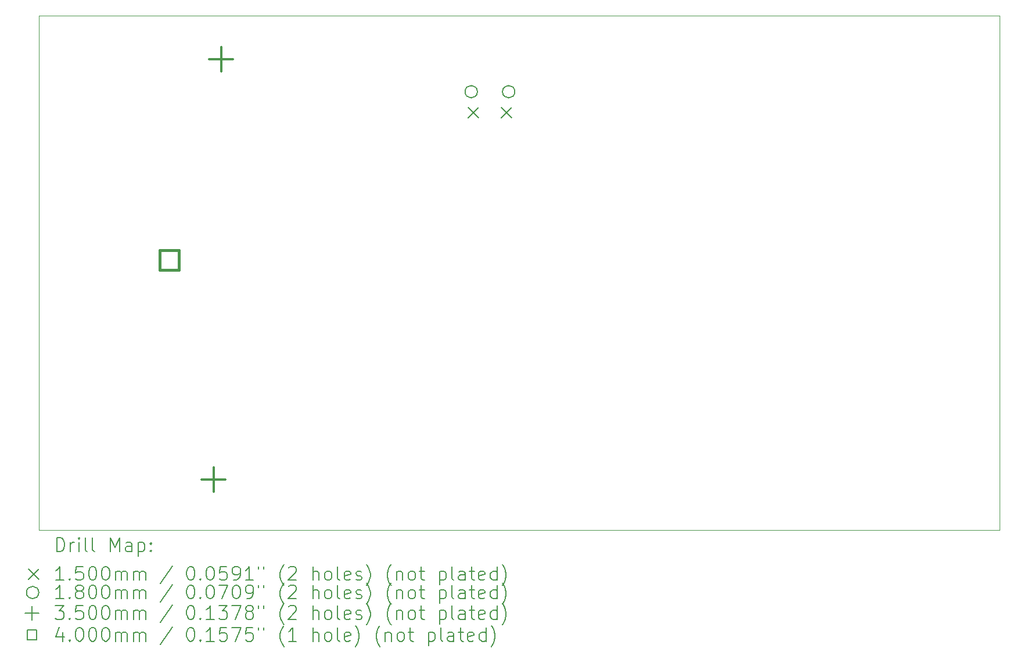
<source format=gbr>
%TF.GenerationSoftware,KiCad,Pcbnew,7.0.7*%
%TF.CreationDate,2023-12-01T19:11:35+01:00*%
%TF.ProjectId,AWG,4157472e-6b69-4636-9164-5f7063625858,rev?*%
%TF.SameCoordinates,Original*%
%TF.FileFunction,Drillmap*%
%TF.FilePolarity,Positive*%
%FSLAX45Y45*%
G04 Gerber Fmt 4.5, Leading zero omitted, Abs format (unit mm)*
G04 Created by KiCad (PCBNEW 7.0.7) date 2023-12-01 19:11:35*
%MOMM*%
%LPD*%
G01*
G04 APERTURE LIST*
%ADD10C,0.050000*%
%ADD11C,0.200000*%
%ADD12C,0.150000*%
%ADD13C,0.180000*%
%ADD14C,0.350000*%
%ADD15C,0.400000*%
G04 APERTURE END LIST*
D10*
X14000000Y-12500000D02*
X14000000Y-5000000D01*
X14000000Y-5000000D02*
X28000000Y-5000000D01*
X28000000Y-5000000D02*
X28000000Y-12500000D01*
X28000000Y-12500000D02*
X14000000Y-12500000D01*
D11*
D12*
X20256500Y-6337000D02*
X20406500Y-6487000D01*
X20406500Y-6337000D02*
X20256500Y-6487000D01*
X20741500Y-6337000D02*
X20891500Y-6487000D01*
X20891500Y-6337000D02*
X20741500Y-6487000D01*
D13*
X20391500Y-6109000D02*
G75*
G03*
X20391500Y-6109000I-90000J0D01*
G01*
X20936500Y-6109000D02*
G75*
G03*
X20936500Y-6109000I-90000J0D01*
G01*
D14*
X16546000Y-11591000D02*
X16546000Y-11941000D01*
X16371000Y-11766000D02*
X16721000Y-11766000D01*
X16654000Y-5459000D02*
X16654000Y-5809000D01*
X16479000Y-5634000D02*
X16829000Y-5634000D01*
D15*
X16041423Y-8706423D02*
X16041423Y-8423577D01*
X15758577Y-8423577D01*
X15758577Y-8706423D01*
X16041423Y-8706423D01*
D11*
X14258277Y-12813984D02*
X14258277Y-12613984D01*
X14258277Y-12613984D02*
X14305896Y-12613984D01*
X14305896Y-12613984D02*
X14334467Y-12623508D01*
X14334467Y-12623508D02*
X14353515Y-12642555D01*
X14353515Y-12642555D02*
X14363039Y-12661603D01*
X14363039Y-12661603D02*
X14372562Y-12699698D01*
X14372562Y-12699698D02*
X14372562Y-12728269D01*
X14372562Y-12728269D02*
X14363039Y-12766365D01*
X14363039Y-12766365D02*
X14353515Y-12785412D01*
X14353515Y-12785412D02*
X14334467Y-12804460D01*
X14334467Y-12804460D02*
X14305896Y-12813984D01*
X14305896Y-12813984D02*
X14258277Y-12813984D01*
X14458277Y-12813984D02*
X14458277Y-12680650D01*
X14458277Y-12718746D02*
X14467801Y-12699698D01*
X14467801Y-12699698D02*
X14477324Y-12690174D01*
X14477324Y-12690174D02*
X14496372Y-12680650D01*
X14496372Y-12680650D02*
X14515420Y-12680650D01*
X14582086Y-12813984D02*
X14582086Y-12680650D01*
X14582086Y-12613984D02*
X14572562Y-12623508D01*
X14572562Y-12623508D02*
X14582086Y-12633031D01*
X14582086Y-12633031D02*
X14591610Y-12623508D01*
X14591610Y-12623508D02*
X14582086Y-12613984D01*
X14582086Y-12613984D02*
X14582086Y-12633031D01*
X14705896Y-12813984D02*
X14686848Y-12804460D01*
X14686848Y-12804460D02*
X14677324Y-12785412D01*
X14677324Y-12785412D02*
X14677324Y-12613984D01*
X14810658Y-12813984D02*
X14791610Y-12804460D01*
X14791610Y-12804460D02*
X14782086Y-12785412D01*
X14782086Y-12785412D02*
X14782086Y-12613984D01*
X15039229Y-12813984D02*
X15039229Y-12613984D01*
X15039229Y-12613984D02*
X15105896Y-12756841D01*
X15105896Y-12756841D02*
X15172562Y-12613984D01*
X15172562Y-12613984D02*
X15172562Y-12813984D01*
X15353515Y-12813984D02*
X15353515Y-12709222D01*
X15353515Y-12709222D02*
X15343991Y-12690174D01*
X15343991Y-12690174D02*
X15324943Y-12680650D01*
X15324943Y-12680650D02*
X15286848Y-12680650D01*
X15286848Y-12680650D02*
X15267801Y-12690174D01*
X15353515Y-12804460D02*
X15334467Y-12813984D01*
X15334467Y-12813984D02*
X15286848Y-12813984D01*
X15286848Y-12813984D02*
X15267801Y-12804460D01*
X15267801Y-12804460D02*
X15258277Y-12785412D01*
X15258277Y-12785412D02*
X15258277Y-12766365D01*
X15258277Y-12766365D02*
X15267801Y-12747317D01*
X15267801Y-12747317D02*
X15286848Y-12737793D01*
X15286848Y-12737793D02*
X15334467Y-12737793D01*
X15334467Y-12737793D02*
X15353515Y-12728269D01*
X15448753Y-12680650D02*
X15448753Y-12880650D01*
X15448753Y-12690174D02*
X15467801Y-12680650D01*
X15467801Y-12680650D02*
X15505896Y-12680650D01*
X15505896Y-12680650D02*
X15524943Y-12690174D01*
X15524943Y-12690174D02*
X15534467Y-12699698D01*
X15534467Y-12699698D02*
X15543991Y-12718746D01*
X15543991Y-12718746D02*
X15543991Y-12775888D01*
X15543991Y-12775888D02*
X15534467Y-12794936D01*
X15534467Y-12794936D02*
X15524943Y-12804460D01*
X15524943Y-12804460D02*
X15505896Y-12813984D01*
X15505896Y-12813984D02*
X15467801Y-12813984D01*
X15467801Y-12813984D02*
X15448753Y-12804460D01*
X15629705Y-12794936D02*
X15639229Y-12804460D01*
X15639229Y-12804460D02*
X15629705Y-12813984D01*
X15629705Y-12813984D02*
X15620182Y-12804460D01*
X15620182Y-12804460D02*
X15629705Y-12794936D01*
X15629705Y-12794936D02*
X15629705Y-12813984D01*
X15629705Y-12690174D02*
X15639229Y-12699698D01*
X15639229Y-12699698D02*
X15629705Y-12709222D01*
X15629705Y-12709222D02*
X15620182Y-12699698D01*
X15620182Y-12699698D02*
X15629705Y-12690174D01*
X15629705Y-12690174D02*
X15629705Y-12709222D01*
D12*
X13847500Y-13067500D02*
X13997500Y-13217500D01*
X13997500Y-13067500D02*
X13847500Y-13217500D01*
D11*
X14363039Y-13233984D02*
X14248753Y-13233984D01*
X14305896Y-13233984D02*
X14305896Y-13033984D01*
X14305896Y-13033984D02*
X14286848Y-13062555D01*
X14286848Y-13062555D02*
X14267801Y-13081603D01*
X14267801Y-13081603D02*
X14248753Y-13091127D01*
X14448753Y-13214936D02*
X14458277Y-13224460D01*
X14458277Y-13224460D02*
X14448753Y-13233984D01*
X14448753Y-13233984D02*
X14439229Y-13224460D01*
X14439229Y-13224460D02*
X14448753Y-13214936D01*
X14448753Y-13214936D02*
X14448753Y-13233984D01*
X14639229Y-13033984D02*
X14543991Y-13033984D01*
X14543991Y-13033984D02*
X14534467Y-13129222D01*
X14534467Y-13129222D02*
X14543991Y-13119698D01*
X14543991Y-13119698D02*
X14563039Y-13110174D01*
X14563039Y-13110174D02*
X14610658Y-13110174D01*
X14610658Y-13110174D02*
X14629705Y-13119698D01*
X14629705Y-13119698D02*
X14639229Y-13129222D01*
X14639229Y-13129222D02*
X14648753Y-13148269D01*
X14648753Y-13148269D02*
X14648753Y-13195888D01*
X14648753Y-13195888D02*
X14639229Y-13214936D01*
X14639229Y-13214936D02*
X14629705Y-13224460D01*
X14629705Y-13224460D02*
X14610658Y-13233984D01*
X14610658Y-13233984D02*
X14563039Y-13233984D01*
X14563039Y-13233984D02*
X14543991Y-13224460D01*
X14543991Y-13224460D02*
X14534467Y-13214936D01*
X14772562Y-13033984D02*
X14791610Y-13033984D01*
X14791610Y-13033984D02*
X14810658Y-13043508D01*
X14810658Y-13043508D02*
X14820182Y-13053031D01*
X14820182Y-13053031D02*
X14829705Y-13072079D01*
X14829705Y-13072079D02*
X14839229Y-13110174D01*
X14839229Y-13110174D02*
X14839229Y-13157793D01*
X14839229Y-13157793D02*
X14829705Y-13195888D01*
X14829705Y-13195888D02*
X14820182Y-13214936D01*
X14820182Y-13214936D02*
X14810658Y-13224460D01*
X14810658Y-13224460D02*
X14791610Y-13233984D01*
X14791610Y-13233984D02*
X14772562Y-13233984D01*
X14772562Y-13233984D02*
X14753515Y-13224460D01*
X14753515Y-13224460D02*
X14743991Y-13214936D01*
X14743991Y-13214936D02*
X14734467Y-13195888D01*
X14734467Y-13195888D02*
X14724943Y-13157793D01*
X14724943Y-13157793D02*
X14724943Y-13110174D01*
X14724943Y-13110174D02*
X14734467Y-13072079D01*
X14734467Y-13072079D02*
X14743991Y-13053031D01*
X14743991Y-13053031D02*
X14753515Y-13043508D01*
X14753515Y-13043508D02*
X14772562Y-13033984D01*
X14963039Y-13033984D02*
X14982086Y-13033984D01*
X14982086Y-13033984D02*
X15001134Y-13043508D01*
X15001134Y-13043508D02*
X15010658Y-13053031D01*
X15010658Y-13053031D02*
X15020182Y-13072079D01*
X15020182Y-13072079D02*
X15029705Y-13110174D01*
X15029705Y-13110174D02*
X15029705Y-13157793D01*
X15029705Y-13157793D02*
X15020182Y-13195888D01*
X15020182Y-13195888D02*
X15010658Y-13214936D01*
X15010658Y-13214936D02*
X15001134Y-13224460D01*
X15001134Y-13224460D02*
X14982086Y-13233984D01*
X14982086Y-13233984D02*
X14963039Y-13233984D01*
X14963039Y-13233984D02*
X14943991Y-13224460D01*
X14943991Y-13224460D02*
X14934467Y-13214936D01*
X14934467Y-13214936D02*
X14924943Y-13195888D01*
X14924943Y-13195888D02*
X14915420Y-13157793D01*
X14915420Y-13157793D02*
X14915420Y-13110174D01*
X14915420Y-13110174D02*
X14924943Y-13072079D01*
X14924943Y-13072079D02*
X14934467Y-13053031D01*
X14934467Y-13053031D02*
X14943991Y-13043508D01*
X14943991Y-13043508D02*
X14963039Y-13033984D01*
X15115420Y-13233984D02*
X15115420Y-13100650D01*
X15115420Y-13119698D02*
X15124943Y-13110174D01*
X15124943Y-13110174D02*
X15143991Y-13100650D01*
X15143991Y-13100650D02*
X15172563Y-13100650D01*
X15172563Y-13100650D02*
X15191610Y-13110174D01*
X15191610Y-13110174D02*
X15201134Y-13129222D01*
X15201134Y-13129222D02*
X15201134Y-13233984D01*
X15201134Y-13129222D02*
X15210658Y-13110174D01*
X15210658Y-13110174D02*
X15229705Y-13100650D01*
X15229705Y-13100650D02*
X15258277Y-13100650D01*
X15258277Y-13100650D02*
X15277324Y-13110174D01*
X15277324Y-13110174D02*
X15286848Y-13129222D01*
X15286848Y-13129222D02*
X15286848Y-13233984D01*
X15382086Y-13233984D02*
X15382086Y-13100650D01*
X15382086Y-13119698D02*
X15391610Y-13110174D01*
X15391610Y-13110174D02*
X15410658Y-13100650D01*
X15410658Y-13100650D02*
X15439229Y-13100650D01*
X15439229Y-13100650D02*
X15458277Y-13110174D01*
X15458277Y-13110174D02*
X15467801Y-13129222D01*
X15467801Y-13129222D02*
X15467801Y-13233984D01*
X15467801Y-13129222D02*
X15477324Y-13110174D01*
X15477324Y-13110174D02*
X15496372Y-13100650D01*
X15496372Y-13100650D02*
X15524943Y-13100650D01*
X15524943Y-13100650D02*
X15543991Y-13110174D01*
X15543991Y-13110174D02*
X15553515Y-13129222D01*
X15553515Y-13129222D02*
X15553515Y-13233984D01*
X15943991Y-13024460D02*
X15772563Y-13281603D01*
X16201134Y-13033984D02*
X16220182Y-13033984D01*
X16220182Y-13033984D02*
X16239229Y-13043508D01*
X16239229Y-13043508D02*
X16248753Y-13053031D01*
X16248753Y-13053031D02*
X16258277Y-13072079D01*
X16258277Y-13072079D02*
X16267801Y-13110174D01*
X16267801Y-13110174D02*
X16267801Y-13157793D01*
X16267801Y-13157793D02*
X16258277Y-13195888D01*
X16258277Y-13195888D02*
X16248753Y-13214936D01*
X16248753Y-13214936D02*
X16239229Y-13224460D01*
X16239229Y-13224460D02*
X16220182Y-13233984D01*
X16220182Y-13233984D02*
X16201134Y-13233984D01*
X16201134Y-13233984D02*
X16182086Y-13224460D01*
X16182086Y-13224460D02*
X16172563Y-13214936D01*
X16172563Y-13214936D02*
X16163039Y-13195888D01*
X16163039Y-13195888D02*
X16153515Y-13157793D01*
X16153515Y-13157793D02*
X16153515Y-13110174D01*
X16153515Y-13110174D02*
X16163039Y-13072079D01*
X16163039Y-13072079D02*
X16172563Y-13053031D01*
X16172563Y-13053031D02*
X16182086Y-13043508D01*
X16182086Y-13043508D02*
X16201134Y-13033984D01*
X16353515Y-13214936D02*
X16363039Y-13224460D01*
X16363039Y-13224460D02*
X16353515Y-13233984D01*
X16353515Y-13233984D02*
X16343991Y-13224460D01*
X16343991Y-13224460D02*
X16353515Y-13214936D01*
X16353515Y-13214936D02*
X16353515Y-13233984D01*
X16486848Y-13033984D02*
X16505896Y-13033984D01*
X16505896Y-13033984D02*
X16524944Y-13043508D01*
X16524944Y-13043508D02*
X16534467Y-13053031D01*
X16534467Y-13053031D02*
X16543991Y-13072079D01*
X16543991Y-13072079D02*
X16553515Y-13110174D01*
X16553515Y-13110174D02*
X16553515Y-13157793D01*
X16553515Y-13157793D02*
X16543991Y-13195888D01*
X16543991Y-13195888D02*
X16534467Y-13214936D01*
X16534467Y-13214936D02*
X16524944Y-13224460D01*
X16524944Y-13224460D02*
X16505896Y-13233984D01*
X16505896Y-13233984D02*
X16486848Y-13233984D01*
X16486848Y-13233984D02*
X16467801Y-13224460D01*
X16467801Y-13224460D02*
X16458277Y-13214936D01*
X16458277Y-13214936D02*
X16448753Y-13195888D01*
X16448753Y-13195888D02*
X16439229Y-13157793D01*
X16439229Y-13157793D02*
X16439229Y-13110174D01*
X16439229Y-13110174D02*
X16448753Y-13072079D01*
X16448753Y-13072079D02*
X16458277Y-13053031D01*
X16458277Y-13053031D02*
X16467801Y-13043508D01*
X16467801Y-13043508D02*
X16486848Y-13033984D01*
X16734467Y-13033984D02*
X16639229Y-13033984D01*
X16639229Y-13033984D02*
X16629706Y-13129222D01*
X16629706Y-13129222D02*
X16639229Y-13119698D01*
X16639229Y-13119698D02*
X16658277Y-13110174D01*
X16658277Y-13110174D02*
X16705896Y-13110174D01*
X16705896Y-13110174D02*
X16724944Y-13119698D01*
X16724944Y-13119698D02*
X16734467Y-13129222D01*
X16734467Y-13129222D02*
X16743991Y-13148269D01*
X16743991Y-13148269D02*
X16743991Y-13195888D01*
X16743991Y-13195888D02*
X16734467Y-13214936D01*
X16734467Y-13214936D02*
X16724944Y-13224460D01*
X16724944Y-13224460D02*
X16705896Y-13233984D01*
X16705896Y-13233984D02*
X16658277Y-13233984D01*
X16658277Y-13233984D02*
X16639229Y-13224460D01*
X16639229Y-13224460D02*
X16629706Y-13214936D01*
X16839229Y-13233984D02*
X16877325Y-13233984D01*
X16877325Y-13233984D02*
X16896372Y-13224460D01*
X16896372Y-13224460D02*
X16905896Y-13214936D01*
X16905896Y-13214936D02*
X16924944Y-13186365D01*
X16924944Y-13186365D02*
X16934468Y-13148269D01*
X16934468Y-13148269D02*
X16934468Y-13072079D01*
X16934468Y-13072079D02*
X16924944Y-13053031D01*
X16924944Y-13053031D02*
X16915420Y-13043508D01*
X16915420Y-13043508D02*
X16896372Y-13033984D01*
X16896372Y-13033984D02*
X16858277Y-13033984D01*
X16858277Y-13033984D02*
X16839229Y-13043508D01*
X16839229Y-13043508D02*
X16829706Y-13053031D01*
X16829706Y-13053031D02*
X16820182Y-13072079D01*
X16820182Y-13072079D02*
X16820182Y-13119698D01*
X16820182Y-13119698D02*
X16829706Y-13138746D01*
X16829706Y-13138746D02*
X16839229Y-13148269D01*
X16839229Y-13148269D02*
X16858277Y-13157793D01*
X16858277Y-13157793D02*
X16896372Y-13157793D01*
X16896372Y-13157793D02*
X16915420Y-13148269D01*
X16915420Y-13148269D02*
X16924944Y-13138746D01*
X16924944Y-13138746D02*
X16934468Y-13119698D01*
X17124944Y-13233984D02*
X17010658Y-13233984D01*
X17067801Y-13233984D02*
X17067801Y-13033984D01*
X17067801Y-13033984D02*
X17048753Y-13062555D01*
X17048753Y-13062555D02*
X17029706Y-13081603D01*
X17029706Y-13081603D02*
X17010658Y-13091127D01*
X17201134Y-13033984D02*
X17201134Y-13072079D01*
X17277325Y-13033984D02*
X17277325Y-13072079D01*
X17572563Y-13310174D02*
X17563039Y-13300650D01*
X17563039Y-13300650D02*
X17543991Y-13272079D01*
X17543991Y-13272079D02*
X17534468Y-13253031D01*
X17534468Y-13253031D02*
X17524944Y-13224460D01*
X17524944Y-13224460D02*
X17515420Y-13176841D01*
X17515420Y-13176841D02*
X17515420Y-13138746D01*
X17515420Y-13138746D02*
X17524944Y-13091127D01*
X17524944Y-13091127D02*
X17534468Y-13062555D01*
X17534468Y-13062555D02*
X17543991Y-13043508D01*
X17543991Y-13043508D02*
X17563039Y-13014936D01*
X17563039Y-13014936D02*
X17572563Y-13005412D01*
X17639230Y-13053031D02*
X17648753Y-13043508D01*
X17648753Y-13043508D02*
X17667801Y-13033984D01*
X17667801Y-13033984D02*
X17715420Y-13033984D01*
X17715420Y-13033984D02*
X17734468Y-13043508D01*
X17734468Y-13043508D02*
X17743991Y-13053031D01*
X17743991Y-13053031D02*
X17753515Y-13072079D01*
X17753515Y-13072079D02*
X17753515Y-13091127D01*
X17753515Y-13091127D02*
X17743991Y-13119698D01*
X17743991Y-13119698D02*
X17629706Y-13233984D01*
X17629706Y-13233984D02*
X17753515Y-13233984D01*
X17991611Y-13233984D02*
X17991611Y-13033984D01*
X18077325Y-13233984D02*
X18077325Y-13129222D01*
X18077325Y-13129222D02*
X18067801Y-13110174D01*
X18067801Y-13110174D02*
X18048753Y-13100650D01*
X18048753Y-13100650D02*
X18020182Y-13100650D01*
X18020182Y-13100650D02*
X18001134Y-13110174D01*
X18001134Y-13110174D02*
X17991611Y-13119698D01*
X18201134Y-13233984D02*
X18182087Y-13224460D01*
X18182087Y-13224460D02*
X18172563Y-13214936D01*
X18172563Y-13214936D02*
X18163039Y-13195888D01*
X18163039Y-13195888D02*
X18163039Y-13138746D01*
X18163039Y-13138746D02*
X18172563Y-13119698D01*
X18172563Y-13119698D02*
X18182087Y-13110174D01*
X18182087Y-13110174D02*
X18201134Y-13100650D01*
X18201134Y-13100650D02*
X18229706Y-13100650D01*
X18229706Y-13100650D02*
X18248753Y-13110174D01*
X18248753Y-13110174D02*
X18258277Y-13119698D01*
X18258277Y-13119698D02*
X18267801Y-13138746D01*
X18267801Y-13138746D02*
X18267801Y-13195888D01*
X18267801Y-13195888D02*
X18258277Y-13214936D01*
X18258277Y-13214936D02*
X18248753Y-13224460D01*
X18248753Y-13224460D02*
X18229706Y-13233984D01*
X18229706Y-13233984D02*
X18201134Y-13233984D01*
X18382087Y-13233984D02*
X18363039Y-13224460D01*
X18363039Y-13224460D02*
X18353515Y-13205412D01*
X18353515Y-13205412D02*
X18353515Y-13033984D01*
X18534468Y-13224460D02*
X18515420Y-13233984D01*
X18515420Y-13233984D02*
X18477325Y-13233984D01*
X18477325Y-13233984D02*
X18458277Y-13224460D01*
X18458277Y-13224460D02*
X18448753Y-13205412D01*
X18448753Y-13205412D02*
X18448753Y-13129222D01*
X18448753Y-13129222D02*
X18458277Y-13110174D01*
X18458277Y-13110174D02*
X18477325Y-13100650D01*
X18477325Y-13100650D02*
X18515420Y-13100650D01*
X18515420Y-13100650D02*
X18534468Y-13110174D01*
X18534468Y-13110174D02*
X18543992Y-13129222D01*
X18543992Y-13129222D02*
X18543992Y-13148269D01*
X18543992Y-13148269D02*
X18448753Y-13167317D01*
X18620182Y-13224460D02*
X18639230Y-13233984D01*
X18639230Y-13233984D02*
X18677325Y-13233984D01*
X18677325Y-13233984D02*
X18696373Y-13224460D01*
X18696373Y-13224460D02*
X18705896Y-13205412D01*
X18705896Y-13205412D02*
X18705896Y-13195888D01*
X18705896Y-13195888D02*
X18696373Y-13176841D01*
X18696373Y-13176841D02*
X18677325Y-13167317D01*
X18677325Y-13167317D02*
X18648753Y-13167317D01*
X18648753Y-13167317D02*
X18629706Y-13157793D01*
X18629706Y-13157793D02*
X18620182Y-13138746D01*
X18620182Y-13138746D02*
X18620182Y-13129222D01*
X18620182Y-13129222D02*
X18629706Y-13110174D01*
X18629706Y-13110174D02*
X18648753Y-13100650D01*
X18648753Y-13100650D02*
X18677325Y-13100650D01*
X18677325Y-13100650D02*
X18696373Y-13110174D01*
X18772563Y-13310174D02*
X18782087Y-13300650D01*
X18782087Y-13300650D02*
X18801134Y-13272079D01*
X18801134Y-13272079D02*
X18810658Y-13253031D01*
X18810658Y-13253031D02*
X18820182Y-13224460D01*
X18820182Y-13224460D02*
X18829706Y-13176841D01*
X18829706Y-13176841D02*
X18829706Y-13138746D01*
X18829706Y-13138746D02*
X18820182Y-13091127D01*
X18820182Y-13091127D02*
X18810658Y-13062555D01*
X18810658Y-13062555D02*
X18801134Y-13043508D01*
X18801134Y-13043508D02*
X18782087Y-13014936D01*
X18782087Y-13014936D02*
X18772563Y-13005412D01*
X19134468Y-13310174D02*
X19124944Y-13300650D01*
X19124944Y-13300650D02*
X19105896Y-13272079D01*
X19105896Y-13272079D02*
X19096373Y-13253031D01*
X19096373Y-13253031D02*
X19086849Y-13224460D01*
X19086849Y-13224460D02*
X19077325Y-13176841D01*
X19077325Y-13176841D02*
X19077325Y-13138746D01*
X19077325Y-13138746D02*
X19086849Y-13091127D01*
X19086849Y-13091127D02*
X19096373Y-13062555D01*
X19096373Y-13062555D02*
X19105896Y-13043508D01*
X19105896Y-13043508D02*
X19124944Y-13014936D01*
X19124944Y-13014936D02*
X19134468Y-13005412D01*
X19210658Y-13100650D02*
X19210658Y-13233984D01*
X19210658Y-13119698D02*
X19220182Y-13110174D01*
X19220182Y-13110174D02*
X19239230Y-13100650D01*
X19239230Y-13100650D02*
X19267801Y-13100650D01*
X19267801Y-13100650D02*
X19286849Y-13110174D01*
X19286849Y-13110174D02*
X19296373Y-13129222D01*
X19296373Y-13129222D02*
X19296373Y-13233984D01*
X19420182Y-13233984D02*
X19401134Y-13224460D01*
X19401134Y-13224460D02*
X19391611Y-13214936D01*
X19391611Y-13214936D02*
X19382087Y-13195888D01*
X19382087Y-13195888D02*
X19382087Y-13138746D01*
X19382087Y-13138746D02*
X19391611Y-13119698D01*
X19391611Y-13119698D02*
X19401134Y-13110174D01*
X19401134Y-13110174D02*
X19420182Y-13100650D01*
X19420182Y-13100650D02*
X19448754Y-13100650D01*
X19448754Y-13100650D02*
X19467801Y-13110174D01*
X19467801Y-13110174D02*
X19477325Y-13119698D01*
X19477325Y-13119698D02*
X19486849Y-13138746D01*
X19486849Y-13138746D02*
X19486849Y-13195888D01*
X19486849Y-13195888D02*
X19477325Y-13214936D01*
X19477325Y-13214936D02*
X19467801Y-13224460D01*
X19467801Y-13224460D02*
X19448754Y-13233984D01*
X19448754Y-13233984D02*
X19420182Y-13233984D01*
X19543992Y-13100650D02*
X19620182Y-13100650D01*
X19572563Y-13033984D02*
X19572563Y-13205412D01*
X19572563Y-13205412D02*
X19582087Y-13224460D01*
X19582087Y-13224460D02*
X19601134Y-13233984D01*
X19601134Y-13233984D02*
X19620182Y-13233984D01*
X19839230Y-13100650D02*
X19839230Y-13300650D01*
X19839230Y-13110174D02*
X19858277Y-13100650D01*
X19858277Y-13100650D02*
X19896373Y-13100650D01*
X19896373Y-13100650D02*
X19915420Y-13110174D01*
X19915420Y-13110174D02*
X19924944Y-13119698D01*
X19924944Y-13119698D02*
X19934468Y-13138746D01*
X19934468Y-13138746D02*
X19934468Y-13195888D01*
X19934468Y-13195888D02*
X19924944Y-13214936D01*
X19924944Y-13214936D02*
X19915420Y-13224460D01*
X19915420Y-13224460D02*
X19896373Y-13233984D01*
X19896373Y-13233984D02*
X19858277Y-13233984D01*
X19858277Y-13233984D02*
X19839230Y-13224460D01*
X20048754Y-13233984D02*
X20029706Y-13224460D01*
X20029706Y-13224460D02*
X20020182Y-13205412D01*
X20020182Y-13205412D02*
X20020182Y-13033984D01*
X20210658Y-13233984D02*
X20210658Y-13129222D01*
X20210658Y-13129222D02*
X20201135Y-13110174D01*
X20201135Y-13110174D02*
X20182087Y-13100650D01*
X20182087Y-13100650D02*
X20143992Y-13100650D01*
X20143992Y-13100650D02*
X20124944Y-13110174D01*
X20210658Y-13224460D02*
X20191611Y-13233984D01*
X20191611Y-13233984D02*
X20143992Y-13233984D01*
X20143992Y-13233984D02*
X20124944Y-13224460D01*
X20124944Y-13224460D02*
X20115420Y-13205412D01*
X20115420Y-13205412D02*
X20115420Y-13186365D01*
X20115420Y-13186365D02*
X20124944Y-13167317D01*
X20124944Y-13167317D02*
X20143992Y-13157793D01*
X20143992Y-13157793D02*
X20191611Y-13157793D01*
X20191611Y-13157793D02*
X20210658Y-13148269D01*
X20277325Y-13100650D02*
X20353515Y-13100650D01*
X20305896Y-13033984D02*
X20305896Y-13205412D01*
X20305896Y-13205412D02*
X20315420Y-13224460D01*
X20315420Y-13224460D02*
X20334468Y-13233984D01*
X20334468Y-13233984D02*
X20353515Y-13233984D01*
X20496373Y-13224460D02*
X20477325Y-13233984D01*
X20477325Y-13233984D02*
X20439230Y-13233984D01*
X20439230Y-13233984D02*
X20420182Y-13224460D01*
X20420182Y-13224460D02*
X20410658Y-13205412D01*
X20410658Y-13205412D02*
X20410658Y-13129222D01*
X20410658Y-13129222D02*
X20420182Y-13110174D01*
X20420182Y-13110174D02*
X20439230Y-13100650D01*
X20439230Y-13100650D02*
X20477325Y-13100650D01*
X20477325Y-13100650D02*
X20496373Y-13110174D01*
X20496373Y-13110174D02*
X20505896Y-13129222D01*
X20505896Y-13129222D02*
X20505896Y-13148269D01*
X20505896Y-13148269D02*
X20410658Y-13167317D01*
X20677325Y-13233984D02*
X20677325Y-13033984D01*
X20677325Y-13224460D02*
X20658277Y-13233984D01*
X20658277Y-13233984D02*
X20620182Y-13233984D01*
X20620182Y-13233984D02*
X20601135Y-13224460D01*
X20601135Y-13224460D02*
X20591611Y-13214936D01*
X20591611Y-13214936D02*
X20582087Y-13195888D01*
X20582087Y-13195888D02*
X20582087Y-13138746D01*
X20582087Y-13138746D02*
X20591611Y-13119698D01*
X20591611Y-13119698D02*
X20601135Y-13110174D01*
X20601135Y-13110174D02*
X20620182Y-13100650D01*
X20620182Y-13100650D02*
X20658277Y-13100650D01*
X20658277Y-13100650D02*
X20677325Y-13110174D01*
X20753516Y-13310174D02*
X20763039Y-13300650D01*
X20763039Y-13300650D02*
X20782087Y-13272079D01*
X20782087Y-13272079D02*
X20791611Y-13253031D01*
X20791611Y-13253031D02*
X20801135Y-13224460D01*
X20801135Y-13224460D02*
X20810658Y-13176841D01*
X20810658Y-13176841D02*
X20810658Y-13138746D01*
X20810658Y-13138746D02*
X20801135Y-13091127D01*
X20801135Y-13091127D02*
X20791611Y-13062555D01*
X20791611Y-13062555D02*
X20782087Y-13043508D01*
X20782087Y-13043508D02*
X20763039Y-13014936D01*
X20763039Y-13014936D02*
X20753516Y-13005412D01*
D13*
X13997500Y-13412500D02*
G75*
G03*
X13997500Y-13412500I-90000J0D01*
G01*
D11*
X14363039Y-13503984D02*
X14248753Y-13503984D01*
X14305896Y-13503984D02*
X14305896Y-13303984D01*
X14305896Y-13303984D02*
X14286848Y-13332555D01*
X14286848Y-13332555D02*
X14267801Y-13351603D01*
X14267801Y-13351603D02*
X14248753Y-13361127D01*
X14448753Y-13484936D02*
X14458277Y-13494460D01*
X14458277Y-13494460D02*
X14448753Y-13503984D01*
X14448753Y-13503984D02*
X14439229Y-13494460D01*
X14439229Y-13494460D02*
X14448753Y-13484936D01*
X14448753Y-13484936D02*
X14448753Y-13503984D01*
X14572562Y-13389698D02*
X14553515Y-13380174D01*
X14553515Y-13380174D02*
X14543991Y-13370650D01*
X14543991Y-13370650D02*
X14534467Y-13351603D01*
X14534467Y-13351603D02*
X14534467Y-13342079D01*
X14534467Y-13342079D02*
X14543991Y-13323031D01*
X14543991Y-13323031D02*
X14553515Y-13313508D01*
X14553515Y-13313508D02*
X14572562Y-13303984D01*
X14572562Y-13303984D02*
X14610658Y-13303984D01*
X14610658Y-13303984D02*
X14629705Y-13313508D01*
X14629705Y-13313508D02*
X14639229Y-13323031D01*
X14639229Y-13323031D02*
X14648753Y-13342079D01*
X14648753Y-13342079D02*
X14648753Y-13351603D01*
X14648753Y-13351603D02*
X14639229Y-13370650D01*
X14639229Y-13370650D02*
X14629705Y-13380174D01*
X14629705Y-13380174D02*
X14610658Y-13389698D01*
X14610658Y-13389698D02*
X14572562Y-13389698D01*
X14572562Y-13389698D02*
X14553515Y-13399222D01*
X14553515Y-13399222D02*
X14543991Y-13408746D01*
X14543991Y-13408746D02*
X14534467Y-13427793D01*
X14534467Y-13427793D02*
X14534467Y-13465888D01*
X14534467Y-13465888D02*
X14543991Y-13484936D01*
X14543991Y-13484936D02*
X14553515Y-13494460D01*
X14553515Y-13494460D02*
X14572562Y-13503984D01*
X14572562Y-13503984D02*
X14610658Y-13503984D01*
X14610658Y-13503984D02*
X14629705Y-13494460D01*
X14629705Y-13494460D02*
X14639229Y-13484936D01*
X14639229Y-13484936D02*
X14648753Y-13465888D01*
X14648753Y-13465888D02*
X14648753Y-13427793D01*
X14648753Y-13427793D02*
X14639229Y-13408746D01*
X14639229Y-13408746D02*
X14629705Y-13399222D01*
X14629705Y-13399222D02*
X14610658Y-13389698D01*
X14772562Y-13303984D02*
X14791610Y-13303984D01*
X14791610Y-13303984D02*
X14810658Y-13313508D01*
X14810658Y-13313508D02*
X14820182Y-13323031D01*
X14820182Y-13323031D02*
X14829705Y-13342079D01*
X14829705Y-13342079D02*
X14839229Y-13380174D01*
X14839229Y-13380174D02*
X14839229Y-13427793D01*
X14839229Y-13427793D02*
X14829705Y-13465888D01*
X14829705Y-13465888D02*
X14820182Y-13484936D01*
X14820182Y-13484936D02*
X14810658Y-13494460D01*
X14810658Y-13494460D02*
X14791610Y-13503984D01*
X14791610Y-13503984D02*
X14772562Y-13503984D01*
X14772562Y-13503984D02*
X14753515Y-13494460D01*
X14753515Y-13494460D02*
X14743991Y-13484936D01*
X14743991Y-13484936D02*
X14734467Y-13465888D01*
X14734467Y-13465888D02*
X14724943Y-13427793D01*
X14724943Y-13427793D02*
X14724943Y-13380174D01*
X14724943Y-13380174D02*
X14734467Y-13342079D01*
X14734467Y-13342079D02*
X14743991Y-13323031D01*
X14743991Y-13323031D02*
X14753515Y-13313508D01*
X14753515Y-13313508D02*
X14772562Y-13303984D01*
X14963039Y-13303984D02*
X14982086Y-13303984D01*
X14982086Y-13303984D02*
X15001134Y-13313508D01*
X15001134Y-13313508D02*
X15010658Y-13323031D01*
X15010658Y-13323031D02*
X15020182Y-13342079D01*
X15020182Y-13342079D02*
X15029705Y-13380174D01*
X15029705Y-13380174D02*
X15029705Y-13427793D01*
X15029705Y-13427793D02*
X15020182Y-13465888D01*
X15020182Y-13465888D02*
X15010658Y-13484936D01*
X15010658Y-13484936D02*
X15001134Y-13494460D01*
X15001134Y-13494460D02*
X14982086Y-13503984D01*
X14982086Y-13503984D02*
X14963039Y-13503984D01*
X14963039Y-13503984D02*
X14943991Y-13494460D01*
X14943991Y-13494460D02*
X14934467Y-13484936D01*
X14934467Y-13484936D02*
X14924943Y-13465888D01*
X14924943Y-13465888D02*
X14915420Y-13427793D01*
X14915420Y-13427793D02*
X14915420Y-13380174D01*
X14915420Y-13380174D02*
X14924943Y-13342079D01*
X14924943Y-13342079D02*
X14934467Y-13323031D01*
X14934467Y-13323031D02*
X14943991Y-13313508D01*
X14943991Y-13313508D02*
X14963039Y-13303984D01*
X15115420Y-13503984D02*
X15115420Y-13370650D01*
X15115420Y-13389698D02*
X15124943Y-13380174D01*
X15124943Y-13380174D02*
X15143991Y-13370650D01*
X15143991Y-13370650D02*
X15172563Y-13370650D01*
X15172563Y-13370650D02*
X15191610Y-13380174D01*
X15191610Y-13380174D02*
X15201134Y-13399222D01*
X15201134Y-13399222D02*
X15201134Y-13503984D01*
X15201134Y-13399222D02*
X15210658Y-13380174D01*
X15210658Y-13380174D02*
X15229705Y-13370650D01*
X15229705Y-13370650D02*
X15258277Y-13370650D01*
X15258277Y-13370650D02*
X15277324Y-13380174D01*
X15277324Y-13380174D02*
X15286848Y-13399222D01*
X15286848Y-13399222D02*
X15286848Y-13503984D01*
X15382086Y-13503984D02*
X15382086Y-13370650D01*
X15382086Y-13389698D02*
X15391610Y-13380174D01*
X15391610Y-13380174D02*
X15410658Y-13370650D01*
X15410658Y-13370650D02*
X15439229Y-13370650D01*
X15439229Y-13370650D02*
X15458277Y-13380174D01*
X15458277Y-13380174D02*
X15467801Y-13399222D01*
X15467801Y-13399222D02*
X15467801Y-13503984D01*
X15467801Y-13399222D02*
X15477324Y-13380174D01*
X15477324Y-13380174D02*
X15496372Y-13370650D01*
X15496372Y-13370650D02*
X15524943Y-13370650D01*
X15524943Y-13370650D02*
X15543991Y-13380174D01*
X15543991Y-13380174D02*
X15553515Y-13399222D01*
X15553515Y-13399222D02*
X15553515Y-13503984D01*
X15943991Y-13294460D02*
X15772563Y-13551603D01*
X16201134Y-13303984D02*
X16220182Y-13303984D01*
X16220182Y-13303984D02*
X16239229Y-13313508D01*
X16239229Y-13313508D02*
X16248753Y-13323031D01*
X16248753Y-13323031D02*
X16258277Y-13342079D01*
X16258277Y-13342079D02*
X16267801Y-13380174D01*
X16267801Y-13380174D02*
X16267801Y-13427793D01*
X16267801Y-13427793D02*
X16258277Y-13465888D01*
X16258277Y-13465888D02*
X16248753Y-13484936D01*
X16248753Y-13484936D02*
X16239229Y-13494460D01*
X16239229Y-13494460D02*
X16220182Y-13503984D01*
X16220182Y-13503984D02*
X16201134Y-13503984D01*
X16201134Y-13503984D02*
X16182086Y-13494460D01*
X16182086Y-13494460D02*
X16172563Y-13484936D01*
X16172563Y-13484936D02*
X16163039Y-13465888D01*
X16163039Y-13465888D02*
X16153515Y-13427793D01*
X16153515Y-13427793D02*
X16153515Y-13380174D01*
X16153515Y-13380174D02*
X16163039Y-13342079D01*
X16163039Y-13342079D02*
X16172563Y-13323031D01*
X16172563Y-13323031D02*
X16182086Y-13313508D01*
X16182086Y-13313508D02*
X16201134Y-13303984D01*
X16353515Y-13484936D02*
X16363039Y-13494460D01*
X16363039Y-13494460D02*
X16353515Y-13503984D01*
X16353515Y-13503984D02*
X16343991Y-13494460D01*
X16343991Y-13494460D02*
X16353515Y-13484936D01*
X16353515Y-13484936D02*
X16353515Y-13503984D01*
X16486848Y-13303984D02*
X16505896Y-13303984D01*
X16505896Y-13303984D02*
X16524944Y-13313508D01*
X16524944Y-13313508D02*
X16534467Y-13323031D01*
X16534467Y-13323031D02*
X16543991Y-13342079D01*
X16543991Y-13342079D02*
X16553515Y-13380174D01*
X16553515Y-13380174D02*
X16553515Y-13427793D01*
X16553515Y-13427793D02*
X16543991Y-13465888D01*
X16543991Y-13465888D02*
X16534467Y-13484936D01*
X16534467Y-13484936D02*
X16524944Y-13494460D01*
X16524944Y-13494460D02*
X16505896Y-13503984D01*
X16505896Y-13503984D02*
X16486848Y-13503984D01*
X16486848Y-13503984D02*
X16467801Y-13494460D01*
X16467801Y-13494460D02*
X16458277Y-13484936D01*
X16458277Y-13484936D02*
X16448753Y-13465888D01*
X16448753Y-13465888D02*
X16439229Y-13427793D01*
X16439229Y-13427793D02*
X16439229Y-13380174D01*
X16439229Y-13380174D02*
X16448753Y-13342079D01*
X16448753Y-13342079D02*
X16458277Y-13323031D01*
X16458277Y-13323031D02*
X16467801Y-13313508D01*
X16467801Y-13313508D02*
X16486848Y-13303984D01*
X16620182Y-13303984D02*
X16753515Y-13303984D01*
X16753515Y-13303984D02*
X16667801Y-13503984D01*
X16867801Y-13303984D02*
X16886849Y-13303984D01*
X16886849Y-13303984D02*
X16905896Y-13313508D01*
X16905896Y-13313508D02*
X16915420Y-13323031D01*
X16915420Y-13323031D02*
X16924944Y-13342079D01*
X16924944Y-13342079D02*
X16934468Y-13380174D01*
X16934468Y-13380174D02*
X16934468Y-13427793D01*
X16934468Y-13427793D02*
X16924944Y-13465888D01*
X16924944Y-13465888D02*
X16915420Y-13484936D01*
X16915420Y-13484936D02*
X16905896Y-13494460D01*
X16905896Y-13494460D02*
X16886849Y-13503984D01*
X16886849Y-13503984D02*
X16867801Y-13503984D01*
X16867801Y-13503984D02*
X16848753Y-13494460D01*
X16848753Y-13494460D02*
X16839229Y-13484936D01*
X16839229Y-13484936D02*
X16829706Y-13465888D01*
X16829706Y-13465888D02*
X16820182Y-13427793D01*
X16820182Y-13427793D02*
X16820182Y-13380174D01*
X16820182Y-13380174D02*
X16829706Y-13342079D01*
X16829706Y-13342079D02*
X16839229Y-13323031D01*
X16839229Y-13323031D02*
X16848753Y-13313508D01*
X16848753Y-13313508D02*
X16867801Y-13303984D01*
X17029706Y-13503984D02*
X17067801Y-13503984D01*
X17067801Y-13503984D02*
X17086849Y-13494460D01*
X17086849Y-13494460D02*
X17096372Y-13484936D01*
X17096372Y-13484936D02*
X17115420Y-13456365D01*
X17115420Y-13456365D02*
X17124944Y-13418269D01*
X17124944Y-13418269D02*
X17124944Y-13342079D01*
X17124944Y-13342079D02*
X17115420Y-13323031D01*
X17115420Y-13323031D02*
X17105896Y-13313508D01*
X17105896Y-13313508D02*
X17086849Y-13303984D01*
X17086849Y-13303984D02*
X17048753Y-13303984D01*
X17048753Y-13303984D02*
X17029706Y-13313508D01*
X17029706Y-13313508D02*
X17020182Y-13323031D01*
X17020182Y-13323031D02*
X17010658Y-13342079D01*
X17010658Y-13342079D02*
X17010658Y-13389698D01*
X17010658Y-13389698D02*
X17020182Y-13408746D01*
X17020182Y-13408746D02*
X17029706Y-13418269D01*
X17029706Y-13418269D02*
X17048753Y-13427793D01*
X17048753Y-13427793D02*
X17086849Y-13427793D01*
X17086849Y-13427793D02*
X17105896Y-13418269D01*
X17105896Y-13418269D02*
X17115420Y-13408746D01*
X17115420Y-13408746D02*
X17124944Y-13389698D01*
X17201134Y-13303984D02*
X17201134Y-13342079D01*
X17277325Y-13303984D02*
X17277325Y-13342079D01*
X17572563Y-13580174D02*
X17563039Y-13570650D01*
X17563039Y-13570650D02*
X17543991Y-13542079D01*
X17543991Y-13542079D02*
X17534468Y-13523031D01*
X17534468Y-13523031D02*
X17524944Y-13494460D01*
X17524944Y-13494460D02*
X17515420Y-13446841D01*
X17515420Y-13446841D02*
X17515420Y-13408746D01*
X17515420Y-13408746D02*
X17524944Y-13361127D01*
X17524944Y-13361127D02*
X17534468Y-13332555D01*
X17534468Y-13332555D02*
X17543991Y-13313508D01*
X17543991Y-13313508D02*
X17563039Y-13284936D01*
X17563039Y-13284936D02*
X17572563Y-13275412D01*
X17639230Y-13323031D02*
X17648753Y-13313508D01*
X17648753Y-13313508D02*
X17667801Y-13303984D01*
X17667801Y-13303984D02*
X17715420Y-13303984D01*
X17715420Y-13303984D02*
X17734468Y-13313508D01*
X17734468Y-13313508D02*
X17743991Y-13323031D01*
X17743991Y-13323031D02*
X17753515Y-13342079D01*
X17753515Y-13342079D02*
X17753515Y-13361127D01*
X17753515Y-13361127D02*
X17743991Y-13389698D01*
X17743991Y-13389698D02*
X17629706Y-13503984D01*
X17629706Y-13503984D02*
X17753515Y-13503984D01*
X17991611Y-13503984D02*
X17991611Y-13303984D01*
X18077325Y-13503984D02*
X18077325Y-13399222D01*
X18077325Y-13399222D02*
X18067801Y-13380174D01*
X18067801Y-13380174D02*
X18048753Y-13370650D01*
X18048753Y-13370650D02*
X18020182Y-13370650D01*
X18020182Y-13370650D02*
X18001134Y-13380174D01*
X18001134Y-13380174D02*
X17991611Y-13389698D01*
X18201134Y-13503984D02*
X18182087Y-13494460D01*
X18182087Y-13494460D02*
X18172563Y-13484936D01*
X18172563Y-13484936D02*
X18163039Y-13465888D01*
X18163039Y-13465888D02*
X18163039Y-13408746D01*
X18163039Y-13408746D02*
X18172563Y-13389698D01*
X18172563Y-13389698D02*
X18182087Y-13380174D01*
X18182087Y-13380174D02*
X18201134Y-13370650D01*
X18201134Y-13370650D02*
X18229706Y-13370650D01*
X18229706Y-13370650D02*
X18248753Y-13380174D01*
X18248753Y-13380174D02*
X18258277Y-13389698D01*
X18258277Y-13389698D02*
X18267801Y-13408746D01*
X18267801Y-13408746D02*
X18267801Y-13465888D01*
X18267801Y-13465888D02*
X18258277Y-13484936D01*
X18258277Y-13484936D02*
X18248753Y-13494460D01*
X18248753Y-13494460D02*
X18229706Y-13503984D01*
X18229706Y-13503984D02*
X18201134Y-13503984D01*
X18382087Y-13503984D02*
X18363039Y-13494460D01*
X18363039Y-13494460D02*
X18353515Y-13475412D01*
X18353515Y-13475412D02*
X18353515Y-13303984D01*
X18534468Y-13494460D02*
X18515420Y-13503984D01*
X18515420Y-13503984D02*
X18477325Y-13503984D01*
X18477325Y-13503984D02*
X18458277Y-13494460D01*
X18458277Y-13494460D02*
X18448753Y-13475412D01*
X18448753Y-13475412D02*
X18448753Y-13399222D01*
X18448753Y-13399222D02*
X18458277Y-13380174D01*
X18458277Y-13380174D02*
X18477325Y-13370650D01*
X18477325Y-13370650D02*
X18515420Y-13370650D01*
X18515420Y-13370650D02*
X18534468Y-13380174D01*
X18534468Y-13380174D02*
X18543992Y-13399222D01*
X18543992Y-13399222D02*
X18543992Y-13418269D01*
X18543992Y-13418269D02*
X18448753Y-13437317D01*
X18620182Y-13494460D02*
X18639230Y-13503984D01*
X18639230Y-13503984D02*
X18677325Y-13503984D01*
X18677325Y-13503984D02*
X18696373Y-13494460D01*
X18696373Y-13494460D02*
X18705896Y-13475412D01*
X18705896Y-13475412D02*
X18705896Y-13465888D01*
X18705896Y-13465888D02*
X18696373Y-13446841D01*
X18696373Y-13446841D02*
X18677325Y-13437317D01*
X18677325Y-13437317D02*
X18648753Y-13437317D01*
X18648753Y-13437317D02*
X18629706Y-13427793D01*
X18629706Y-13427793D02*
X18620182Y-13408746D01*
X18620182Y-13408746D02*
X18620182Y-13399222D01*
X18620182Y-13399222D02*
X18629706Y-13380174D01*
X18629706Y-13380174D02*
X18648753Y-13370650D01*
X18648753Y-13370650D02*
X18677325Y-13370650D01*
X18677325Y-13370650D02*
X18696373Y-13380174D01*
X18772563Y-13580174D02*
X18782087Y-13570650D01*
X18782087Y-13570650D02*
X18801134Y-13542079D01*
X18801134Y-13542079D02*
X18810658Y-13523031D01*
X18810658Y-13523031D02*
X18820182Y-13494460D01*
X18820182Y-13494460D02*
X18829706Y-13446841D01*
X18829706Y-13446841D02*
X18829706Y-13408746D01*
X18829706Y-13408746D02*
X18820182Y-13361127D01*
X18820182Y-13361127D02*
X18810658Y-13332555D01*
X18810658Y-13332555D02*
X18801134Y-13313508D01*
X18801134Y-13313508D02*
X18782087Y-13284936D01*
X18782087Y-13284936D02*
X18772563Y-13275412D01*
X19134468Y-13580174D02*
X19124944Y-13570650D01*
X19124944Y-13570650D02*
X19105896Y-13542079D01*
X19105896Y-13542079D02*
X19096373Y-13523031D01*
X19096373Y-13523031D02*
X19086849Y-13494460D01*
X19086849Y-13494460D02*
X19077325Y-13446841D01*
X19077325Y-13446841D02*
X19077325Y-13408746D01*
X19077325Y-13408746D02*
X19086849Y-13361127D01*
X19086849Y-13361127D02*
X19096373Y-13332555D01*
X19096373Y-13332555D02*
X19105896Y-13313508D01*
X19105896Y-13313508D02*
X19124944Y-13284936D01*
X19124944Y-13284936D02*
X19134468Y-13275412D01*
X19210658Y-13370650D02*
X19210658Y-13503984D01*
X19210658Y-13389698D02*
X19220182Y-13380174D01*
X19220182Y-13380174D02*
X19239230Y-13370650D01*
X19239230Y-13370650D02*
X19267801Y-13370650D01*
X19267801Y-13370650D02*
X19286849Y-13380174D01*
X19286849Y-13380174D02*
X19296373Y-13399222D01*
X19296373Y-13399222D02*
X19296373Y-13503984D01*
X19420182Y-13503984D02*
X19401134Y-13494460D01*
X19401134Y-13494460D02*
X19391611Y-13484936D01*
X19391611Y-13484936D02*
X19382087Y-13465888D01*
X19382087Y-13465888D02*
X19382087Y-13408746D01*
X19382087Y-13408746D02*
X19391611Y-13389698D01*
X19391611Y-13389698D02*
X19401134Y-13380174D01*
X19401134Y-13380174D02*
X19420182Y-13370650D01*
X19420182Y-13370650D02*
X19448754Y-13370650D01*
X19448754Y-13370650D02*
X19467801Y-13380174D01*
X19467801Y-13380174D02*
X19477325Y-13389698D01*
X19477325Y-13389698D02*
X19486849Y-13408746D01*
X19486849Y-13408746D02*
X19486849Y-13465888D01*
X19486849Y-13465888D02*
X19477325Y-13484936D01*
X19477325Y-13484936D02*
X19467801Y-13494460D01*
X19467801Y-13494460D02*
X19448754Y-13503984D01*
X19448754Y-13503984D02*
X19420182Y-13503984D01*
X19543992Y-13370650D02*
X19620182Y-13370650D01*
X19572563Y-13303984D02*
X19572563Y-13475412D01*
X19572563Y-13475412D02*
X19582087Y-13494460D01*
X19582087Y-13494460D02*
X19601134Y-13503984D01*
X19601134Y-13503984D02*
X19620182Y-13503984D01*
X19839230Y-13370650D02*
X19839230Y-13570650D01*
X19839230Y-13380174D02*
X19858277Y-13370650D01*
X19858277Y-13370650D02*
X19896373Y-13370650D01*
X19896373Y-13370650D02*
X19915420Y-13380174D01*
X19915420Y-13380174D02*
X19924944Y-13389698D01*
X19924944Y-13389698D02*
X19934468Y-13408746D01*
X19934468Y-13408746D02*
X19934468Y-13465888D01*
X19934468Y-13465888D02*
X19924944Y-13484936D01*
X19924944Y-13484936D02*
X19915420Y-13494460D01*
X19915420Y-13494460D02*
X19896373Y-13503984D01*
X19896373Y-13503984D02*
X19858277Y-13503984D01*
X19858277Y-13503984D02*
X19839230Y-13494460D01*
X20048754Y-13503984D02*
X20029706Y-13494460D01*
X20029706Y-13494460D02*
X20020182Y-13475412D01*
X20020182Y-13475412D02*
X20020182Y-13303984D01*
X20210658Y-13503984D02*
X20210658Y-13399222D01*
X20210658Y-13399222D02*
X20201135Y-13380174D01*
X20201135Y-13380174D02*
X20182087Y-13370650D01*
X20182087Y-13370650D02*
X20143992Y-13370650D01*
X20143992Y-13370650D02*
X20124944Y-13380174D01*
X20210658Y-13494460D02*
X20191611Y-13503984D01*
X20191611Y-13503984D02*
X20143992Y-13503984D01*
X20143992Y-13503984D02*
X20124944Y-13494460D01*
X20124944Y-13494460D02*
X20115420Y-13475412D01*
X20115420Y-13475412D02*
X20115420Y-13456365D01*
X20115420Y-13456365D02*
X20124944Y-13437317D01*
X20124944Y-13437317D02*
X20143992Y-13427793D01*
X20143992Y-13427793D02*
X20191611Y-13427793D01*
X20191611Y-13427793D02*
X20210658Y-13418269D01*
X20277325Y-13370650D02*
X20353515Y-13370650D01*
X20305896Y-13303984D02*
X20305896Y-13475412D01*
X20305896Y-13475412D02*
X20315420Y-13494460D01*
X20315420Y-13494460D02*
X20334468Y-13503984D01*
X20334468Y-13503984D02*
X20353515Y-13503984D01*
X20496373Y-13494460D02*
X20477325Y-13503984D01*
X20477325Y-13503984D02*
X20439230Y-13503984D01*
X20439230Y-13503984D02*
X20420182Y-13494460D01*
X20420182Y-13494460D02*
X20410658Y-13475412D01*
X20410658Y-13475412D02*
X20410658Y-13399222D01*
X20410658Y-13399222D02*
X20420182Y-13380174D01*
X20420182Y-13380174D02*
X20439230Y-13370650D01*
X20439230Y-13370650D02*
X20477325Y-13370650D01*
X20477325Y-13370650D02*
X20496373Y-13380174D01*
X20496373Y-13380174D02*
X20505896Y-13399222D01*
X20505896Y-13399222D02*
X20505896Y-13418269D01*
X20505896Y-13418269D02*
X20410658Y-13437317D01*
X20677325Y-13503984D02*
X20677325Y-13303984D01*
X20677325Y-13494460D02*
X20658277Y-13503984D01*
X20658277Y-13503984D02*
X20620182Y-13503984D01*
X20620182Y-13503984D02*
X20601135Y-13494460D01*
X20601135Y-13494460D02*
X20591611Y-13484936D01*
X20591611Y-13484936D02*
X20582087Y-13465888D01*
X20582087Y-13465888D02*
X20582087Y-13408746D01*
X20582087Y-13408746D02*
X20591611Y-13389698D01*
X20591611Y-13389698D02*
X20601135Y-13380174D01*
X20601135Y-13380174D02*
X20620182Y-13370650D01*
X20620182Y-13370650D02*
X20658277Y-13370650D01*
X20658277Y-13370650D02*
X20677325Y-13380174D01*
X20753516Y-13580174D02*
X20763039Y-13570650D01*
X20763039Y-13570650D02*
X20782087Y-13542079D01*
X20782087Y-13542079D02*
X20791611Y-13523031D01*
X20791611Y-13523031D02*
X20801135Y-13494460D01*
X20801135Y-13494460D02*
X20810658Y-13446841D01*
X20810658Y-13446841D02*
X20810658Y-13408746D01*
X20810658Y-13408746D02*
X20801135Y-13361127D01*
X20801135Y-13361127D02*
X20791611Y-13332555D01*
X20791611Y-13332555D02*
X20782087Y-13313508D01*
X20782087Y-13313508D02*
X20763039Y-13284936D01*
X20763039Y-13284936D02*
X20753516Y-13275412D01*
X13897500Y-13612500D02*
X13897500Y-13812500D01*
X13797500Y-13712500D02*
X13997500Y-13712500D01*
X14239229Y-13603984D02*
X14363039Y-13603984D01*
X14363039Y-13603984D02*
X14296372Y-13680174D01*
X14296372Y-13680174D02*
X14324943Y-13680174D01*
X14324943Y-13680174D02*
X14343991Y-13689698D01*
X14343991Y-13689698D02*
X14353515Y-13699222D01*
X14353515Y-13699222D02*
X14363039Y-13718269D01*
X14363039Y-13718269D02*
X14363039Y-13765888D01*
X14363039Y-13765888D02*
X14353515Y-13784936D01*
X14353515Y-13784936D02*
X14343991Y-13794460D01*
X14343991Y-13794460D02*
X14324943Y-13803984D01*
X14324943Y-13803984D02*
X14267801Y-13803984D01*
X14267801Y-13803984D02*
X14248753Y-13794460D01*
X14248753Y-13794460D02*
X14239229Y-13784936D01*
X14448753Y-13784936D02*
X14458277Y-13794460D01*
X14458277Y-13794460D02*
X14448753Y-13803984D01*
X14448753Y-13803984D02*
X14439229Y-13794460D01*
X14439229Y-13794460D02*
X14448753Y-13784936D01*
X14448753Y-13784936D02*
X14448753Y-13803984D01*
X14639229Y-13603984D02*
X14543991Y-13603984D01*
X14543991Y-13603984D02*
X14534467Y-13699222D01*
X14534467Y-13699222D02*
X14543991Y-13689698D01*
X14543991Y-13689698D02*
X14563039Y-13680174D01*
X14563039Y-13680174D02*
X14610658Y-13680174D01*
X14610658Y-13680174D02*
X14629705Y-13689698D01*
X14629705Y-13689698D02*
X14639229Y-13699222D01*
X14639229Y-13699222D02*
X14648753Y-13718269D01*
X14648753Y-13718269D02*
X14648753Y-13765888D01*
X14648753Y-13765888D02*
X14639229Y-13784936D01*
X14639229Y-13784936D02*
X14629705Y-13794460D01*
X14629705Y-13794460D02*
X14610658Y-13803984D01*
X14610658Y-13803984D02*
X14563039Y-13803984D01*
X14563039Y-13803984D02*
X14543991Y-13794460D01*
X14543991Y-13794460D02*
X14534467Y-13784936D01*
X14772562Y-13603984D02*
X14791610Y-13603984D01*
X14791610Y-13603984D02*
X14810658Y-13613508D01*
X14810658Y-13613508D02*
X14820182Y-13623031D01*
X14820182Y-13623031D02*
X14829705Y-13642079D01*
X14829705Y-13642079D02*
X14839229Y-13680174D01*
X14839229Y-13680174D02*
X14839229Y-13727793D01*
X14839229Y-13727793D02*
X14829705Y-13765888D01*
X14829705Y-13765888D02*
X14820182Y-13784936D01*
X14820182Y-13784936D02*
X14810658Y-13794460D01*
X14810658Y-13794460D02*
X14791610Y-13803984D01*
X14791610Y-13803984D02*
X14772562Y-13803984D01*
X14772562Y-13803984D02*
X14753515Y-13794460D01*
X14753515Y-13794460D02*
X14743991Y-13784936D01*
X14743991Y-13784936D02*
X14734467Y-13765888D01*
X14734467Y-13765888D02*
X14724943Y-13727793D01*
X14724943Y-13727793D02*
X14724943Y-13680174D01*
X14724943Y-13680174D02*
X14734467Y-13642079D01*
X14734467Y-13642079D02*
X14743991Y-13623031D01*
X14743991Y-13623031D02*
X14753515Y-13613508D01*
X14753515Y-13613508D02*
X14772562Y-13603984D01*
X14963039Y-13603984D02*
X14982086Y-13603984D01*
X14982086Y-13603984D02*
X15001134Y-13613508D01*
X15001134Y-13613508D02*
X15010658Y-13623031D01*
X15010658Y-13623031D02*
X15020182Y-13642079D01*
X15020182Y-13642079D02*
X15029705Y-13680174D01*
X15029705Y-13680174D02*
X15029705Y-13727793D01*
X15029705Y-13727793D02*
X15020182Y-13765888D01*
X15020182Y-13765888D02*
X15010658Y-13784936D01*
X15010658Y-13784936D02*
X15001134Y-13794460D01*
X15001134Y-13794460D02*
X14982086Y-13803984D01*
X14982086Y-13803984D02*
X14963039Y-13803984D01*
X14963039Y-13803984D02*
X14943991Y-13794460D01*
X14943991Y-13794460D02*
X14934467Y-13784936D01*
X14934467Y-13784936D02*
X14924943Y-13765888D01*
X14924943Y-13765888D02*
X14915420Y-13727793D01*
X14915420Y-13727793D02*
X14915420Y-13680174D01*
X14915420Y-13680174D02*
X14924943Y-13642079D01*
X14924943Y-13642079D02*
X14934467Y-13623031D01*
X14934467Y-13623031D02*
X14943991Y-13613508D01*
X14943991Y-13613508D02*
X14963039Y-13603984D01*
X15115420Y-13803984D02*
X15115420Y-13670650D01*
X15115420Y-13689698D02*
X15124943Y-13680174D01*
X15124943Y-13680174D02*
X15143991Y-13670650D01*
X15143991Y-13670650D02*
X15172563Y-13670650D01*
X15172563Y-13670650D02*
X15191610Y-13680174D01*
X15191610Y-13680174D02*
X15201134Y-13699222D01*
X15201134Y-13699222D02*
X15201134Y-13803984D01*
X15201134Y-13699222D02*
X15210658Y-13680174D01*
X15210658Y-13680174D02*
X15229705Y-13670650D01*
X15229705Y-13670650D02*
X15258277Y-13670650D01*
X15258277Y-13670650D02*
X15277324Y-13680174D01*
X15277324Y-13680174D02*
X15286848Y-13699222D01*
X15286848Y-13699222D02*
X15286848Y-13803984D01*
X15382086Y-13803984D02*
X15382086Y-13670650D01*
X15382086Y-13689698D02*
X15391610Y-13680174D01*
X15391610Y-13680174D02*
X15410658Y-13670650D01*
X15410658Y-13670650D02*
X15439229Y-13670650D01*
X15439229Y-13670650D02*
X15458277Y-13680174D01*
X15458277Y-13680174D02*
X15467801Y-13699222D01*
X15467801Y-13699222D02*
X15467801Y-13803984D01*
X15467801Y-13699222D02*
X15477324Y-13680174D01*
X15477324Y-13680174D02*
X15496372Y-13670650D01*
X15496372Y-13670650D02*
X15524943Y-13670650D01*
X15524943Y-13670650D02*
X15543991Y-13680174D01*
X15543991Y-13680174D02*
X15553515Y-13699222D01*
X15553515Y-13699222D02*
X15553515Y-13803984D01*
X15943991Y-13594460D02*
X15772563Y-13851603D01*
X16201134Y-13603984D02*
X16220182Y-13603984D01*
X16220182Y-13603984D02*
X16239229Y-13613508D01*
X16239229Y-13613508D02*
X16248753Y-13623031D01*
X16248753Y-13623031D02*
X16258277Y-13642079D01*
X16258277Y-13642079D02*
X16267801Y-13680174D01*
X16267801Y-13680174D02*
X16267801Y-13727793D01*
X16267801Y-13727793D02*
X16258277Y-13765888D01*
X16258277Y-13765888D02*
X16248753Y-13784936D01*
X16248753Y-13784936D02*
X16239229Y-13794460D01*
X16239229Y-13794460D02*
X16220182Y-13803984D01*
X16220182Y-13803984D02*
X16201134Y-13803984D01*
X16201134Y-13803984D02*
X16182086Y-13794460D01*
X16182086Y-13794460D02*
X16172563Y-13784936D01*
X16172563Y-13784936D02*
X16163039Y-13765888D01*
X16163039Y-13765888D02*
X16153515Y-13727793D01*
X16153515Y-13727793D02*
X16153515Y-13680174D01*
X16153515Y-13680174D02*
X16163039Y-13642079D01*
X16163039Y-13642079D02*
X16172563Y-13623031D01*
X16172563Y-13623031D02*
X16182086Y-13613508D01*
X16182086Y-13613508D02*
X16201134Y-13603984D01*
X16353515Y-13784936D02*
X16363039Y-13794460D01*
X16363039Y-13794460D02*
X16353515Y-13803984D01*
X16353515Y-13803984D02*
X16343991Y-13794460D01*
X16343991Y-13794460D02*
X16353515Y-13784936D01*
X16353515Y-13784936D02*
X16353515Y-13803984D01*
X16553515Y-13803984D02*
X16439229Y-13803984D01*
X16496372Y-13803984D02*
X16496372Y-13603984D01*
X16496372Y-13603984D02*
X16477325Y-13632555D01*
X16477325Y-13632555D02*
X16458277Y-13651603D01*
X16458277Y-13651603D02*
X16439229Y-13661127D01*
X16620182Y-13603984D02*
X16743991Y-13603984D01*
X16743991Y-13603984D02*
X16677325Y-13680174D01*
X16677325Y-13680174D02*
X16705896Y-13680174D01*
X16705896Y-13680174D02*
X16724944Y-13689698D01*
X16724944Y-13689698D02*
X16734467Y-13699222D01*
X16734467Y-13699222D02*
X16743991Y-13718269D01*
X16743991Y-13718269D02*
X16743991Y-13765888D01*
X16743991Y-13765888D02*
X16734467Y-13784936D01*
X16734467Y-13784936D02*
X16724944Y-13794460D01*
X16724944Y-13794460D02*
X16705896Y-13803984D01*
X16705896Y-13803984D02*
X16648753Y-13803984D01*
X16648753Y-13803984D02*
X16629706Y-13794460D01*
X16629706Y-13794460D02*
X16620182Y-13784936D01*
X16810658Y-13603984D02*
X16943991Y-13603984D01*
X16943991Y-13603984D02*
X16858277Y-13803984D01*
X17048753Y-13689698D02*
X17029706Y-13680174D01*
X17029706Y-13680174D02*
X17020182Y-13670650D01*
X17020182Y-13670650D02*
X17010658Y-13651603D01*
X17010658Y-13651603D02*
X17010658Y-13642079D01*
X17010658Y-13642079D02*
X17020182Y-13623031D01*
X17020182Y-13623031D02*
X17029706Y-13613508D01*
X17029706Y-13613508D02*
X17048753Y-13603984D01*
X17048753Y-13603984D02*
X17086849Y-13603984D01*
X17086849Y-13603984D02*
X17105896Y-13613508D01*
X17105896Y-13613508D02*
X17115420Y-13623031D01*
X17115420Y-13623031D02*
X17124944Y-13642079D01*
X17124944Y-13642079D02*
X17124944Y-13651603D01*
X17124944Y-13651603D02*
X17115420Y-13670650D01*
X17115420Y-13670650D02*
X17105896Y-13680174D01*
X17105896Y-13680174D02*
X17086849Y-13689698D01*
X17086849Y-13689698D02*
X17048753Y-13689698D01*
X17048753Y-13689698D02*
X17029706Y-13699222D01*
X17029706Y-13699222D02*
X17020182Y-13708746D01*
X17020182Y-13708746D02*
X17010658Y-13727793D01*
X17010658Y-13727793D02*
X17010658Y-13765888D01*
X17010658Y-13765888D02*
X17020182Y-13784936D01*
X17020182Y-13784936D02*
X17029706Y-13794460D01*
X17029706Y-13794460D02*
X17048753Y-13803984D01*
X17048753Y-13803984D02*
X17086849Y-13803984D01*
X17086849Y-13803984D02*
X17105896Y-13794460D01*
X17105896Y-13794460D02*
X17115420Y-13784936D01*
X17115420Y-13784936D02*
X17124944Y-13765888D01*
X17124944Y-13765888D02*
X17124944Y-13727793D01*
X17124944Y-13727793D02*
X17115420Y-13708746D01*
X17115420Y-13708746D02*
X17105896Y-13699222D01*
X17105896Y-13699222D02*
X17086849Y-13689698D01*
X17201134Y-13603984D02*
X17201134Y-13642079D01*
X17277325Y-13603984D02*
X17277325Y-13642079D01*
X17572563Y-13880174D02*
X17563039Y-13870650D01*
X17563039Y-13870650D02*
X17543991Y-13842079D01*
X17543991Y-13842079D02*
X17534468Y-13823031D01*
X17534468Y-13823031D02*
X17524944Y-13794460D01*
X17524944Y-13794460D02*
X17515420Y-13746841D01*
X17515420Y-13746841D02*
X17515420Y-13708746D01*
X17515420Y-13708746D02*
X17524944Y-13661127D01*
X17524944Y-13661127D02*
X17534468Y-13632555D01*
X17534468Y-13632555D02*
X17543991Y-13613508D01*
X17543991Y-13613508D02*
X17563039Y-13584936D01*
X17563039Y-13584936D02*
X17572563Y-13575412D01*
X17639230Y-13623031D02*
X17648753Y-13613508D01*
X17648753Y-13613508D02*
X17667801Y-13603984D01*
X17667801Y-13603984D02*
X17715420Y-13603984D01*
X17715420Y-13603984D02*
X17734468Y-13613508D01*
X17734468Y-13613508D02*
X17743991Y-13623031D01*
X17743991Y-13623031D02*
X17753515Y-13642079D01*
X17753515Y-13642079D02*
X17753515Y-13661127D01*
X17753515Y-13661127D02*
X17743991Y-13689698D01*
X17743991Y-13689698D02*
X17629706Y-13803984D01*
X17629706Y-13803984D02*
X17753515Y-13803984D01*
X17991611Y-13803984D02*
X17991611Y-13603984D01*
X18077325Y-13803984D02*
X18077325Y-13699222D01*
X18077325Y-13699222D02*
X18067801Y-13680174D01*
X18067801Y-13680174D02*
X18048753Y-13670650D01*
X18048753Y-13670650D02*
X18020182Y-13670650D01*
X18020182Y-13670650D02*
X18001134Y-13680174D01*
X18001134Y-13680174D02*
X17991611Y-13689698D01*
X18201134Y-13803984D02*
X18182087Y-13794460D01*
X18182087Y-13794460D02*
X18172563Y-13784936D01*
X18172563Y-13784936D02*
X18163039Y-13765888D01*
X18163039Y-13765888D02*
X18163039Y-13708746D01*
X18163039Y-13708746D02*
X18172563Y-13689698D01*
X18172563Y-13689698D02*
X18182087Y-13680174D01*
X18182087Y-13680174D02*
X18201134Y-13670650D01*
X18201134Y-13670650D02*
X18229706Y-13670650D01*
X18229706Y-13670650D02*
X18248753Y-13680174D01*
X18248753Y-13680174D02*
X18258277Y-13689698D01*
X18258277Y-13689698D02*
X18267801Y-13708746D01*
X18267801Y-13708746D02*
X18267801Y-13765888D01*
X18267801Y-13765888D02*
X18258277Y-13784936D01*
X18258277Y-13784936D02*
X18248753Y-13794460D01*
X18248753Y-13794460D02*
X18229706Y-13803984D01*
X18229706Y-13803984D02*
X18201134Y-13803984D01*
X18382087Y-13803984D02*
X18363039Y-13794460D01*
X18363039Y-13794460D02*
X18353515Y-13775412D01*
X18353515Y-13775412D02*
X18353515Y-13603984D01*
X18534468Y-13794460D02*
X18515420Y-13803984D01*
X18515420Y-13803984D02*
X18477325Y-13803984D01*
X18477325Y-13803984D02*
X18458277Y-13794460D01*
X18458277Y-13794460D02*
X18448753Y-13775412D01*
X18448753Y-13775412D02*
X18448753Y-13699222D01*
X18448753Y-13699222D02*
X18458277Y-13680174D01*
X18458277Y-13680174D02*
X18477325Y-13670650D01*
X18477325Y-13670650D02*
X18515420Y-13670650D01*
X18515420Y-13670650D02*
X18534468Y-13680174D01*
X18534468Y-13680174D02*
X18543992Y-13699222D01*
X18543992Y-13699222D02*
X18543992Y-13718269D01*
X18543992Y-13718269D02*
X18448753Y-13737317D01*
X18620182Y-13794460D02*
X18639230Y-13803984D01*
X18639230Y-13803984D02*
X18677325Y-13803984D01*
X18677325Y-13803984D02*
X18696373Y-13794460D01*
X18696373Y-13794460D02*
X18705896Y-13775412D01*
X18705896Y-13775412D02*
X18705896Y-13765888D01*
X18705896Y-13765888D02*
X18696373Y-13746841D01*
X18696373Y-13746841D02*
X18677325Y-13737317D01*
X18677325Y-13737317D02*
X18648753Y-13737317D01*
X18648753Y-13737317D02*
X18629706Y-13727793D01*
X18629706Y-13727793D02*
X18620182Y-13708746D01*
X18620182Y-13708746D02*
X18620182Y-13699222D01*
X18620182Y-13699222D02*
X18629706Y-13680174D01*
X18629706Y-13680174D02*
X18648753Y-13670650D01*
X18648753Y-13670650D02*
X18677325Y-13670650D01*
X18677325Y-13670650D02*
X18696373Y-13680174D01*
X18772563Y-13880174D02*
X18782087Y-13870650D01*
X18782087Y-13870650D02*
X18801134Y-13842079D01*
X18801134Y-13842079D02*
X18810658Y-13823031D01*
X18810658Y-13823031D02*
X18820182Y-13794460D01*
X18820182Y-13794460D02*
X18829706Y-13746841D01*
X18829706Y-13746841D02*
X18829706Y-13708746D01*
X18829706Y-13708746D02*
X18820182Y-13661127D01*
X18820182Y-13661127D02*
X18810658Y-13632555D01*
X18810658Y-13632555D02*
X18801134Y-13613508D01*
X18801134Y-13613508D02*
X18782087Y-13584936D01*
X18782087Y-13584936D02*
X18772563Y-13575412D01*
X19134468Y-13880174D02*
X19124944Y-13870650D01*
X19124944Y-13870650D02*
X19105896Y-13842079D01*
X19105896Y-13842079D02*
X19096373Y-13823031D01*
X19096373Y-13823031D02*
X19086849Y-13794460D01*
X19086849Y-13794460D02*
X19077325Y-13746841D01*
X19077325Y-13746841D02*
X19077325Y-13708746D01*
X19077325Y-13708746D02*
X19086849Y-13661127D01*
X19086849Y-13661127D02*
X19096373Y-13632555D01*
X19096373Y-13632555D02*
X19105896Y-13613508D01*
X19105896Y-13613508D02*
X19124944Y-13584936D01*
X19124944Y-13584936D02*
X19134468Y-13575412D01*
X19210658Y-13670650D02*
X19210658Y-13803984D01*
X19210658Y-13689698D02*
X19220182Y-13680174D01*
X19220182Y-13680174D02*
X19239230Y-13670650D01*
X19239230Y-13670650D02*
X19267801Y-13670650D01*
X19267801Y-13670650D02*
X19286849Y-13680174D01*
X19286849Y-13680174D02*
X19296373Y-13699222D01*
X19296373Y-13699222D02*
X19296373Y-13803984D01*
X19420182Y-13803984D02*
X19401134Y-13794460D01*
X19401134Y-13794460D02*
X19391611Y-13784936D01*
X19391611Y-13784936D02*
X19382087Y-13765888D01*
X19382087Y-13765888D02*
X19382087Y-13708746D01*
X19382087Y-13708746D02*
X19391611Y-13689698D01*
X19391611Y-13689698D02*
X19401134Y-13680174D01*
X19401134Y-13680174D02*
X19420182Y-13670650D01*
X19420182Y-13670650D02*
X19448754Y-13670650D01*
X19448754Y-13670650D02*
X19467801Y-13680174D01*
X19467801Y-13680174D02*
X19477325Y-13689698D01*
X19477325Y-13689698D02*
X19486849Y-13708746D01*
X19486849Y-13708746D02*
X19486849Y-13765888D01*
X19486849Y-13765888D02*
X19477325Y-13784936D01*
X19477325Y-13784936D02*
X19467801Y-13794460D01*
X19467801Y-13794460D02*
X19448754Y-13803984D01*
X19448754Y-13803984D02*
X19420182Y-13803984D01*
X19543992Y-13670650D02*
X19620182Y-13670650D01*
X19572563Y-13603984D02*
X19572563Y-13775412D01*
X19572563Y-13775412D02*
X19582087Y-13794460D01*
X19582087Y-13794460D02*
X19601134Y-13803984D01*
X19601134Y-13803984D02*
X19620182Y-13803984D01*
X19839230Y-13670650D02*
X19839230Y-13870650D01*
X19839230Y-13680174D02*
X19858277Y-13670650D01*
X19858277Y-13670650D02*
X19896373Y-13670650D01*
X19896373Y-13670650D02*
X19915420Y-13680174D01*
X19915420Y-13680174D02*
X19924944Y-13689698D01*
X19924944Y-13689698D02*
X19934468Y-13708746D01*
X19934468Y-13708746D02*
X19934468Y-13765888D01*
X19934468Y-13765888D02*
X19924944Y-13784936D01*
X19924944Y-13784936D02*
X19915420Y-13794460D01*
X19915420Y-13794460D02*
X19896373Y-13803984D01*
X19896373Y-13803984D02*
X19858277Y-13803984D01*
X19858277Y-13803984D02*
X19839230Y-13794460D01*
X20048754Y-13803984D02*
X20029706Y-13794460D01*
X20029706Y-13794460D02*
X20020182Y-13775412D01*
X20020182Y-13775412D02*
X20020182Y-13603984D01*
X20210658Y-13803984D02*
X20210658Y-13699222D01*
X20210658Y-13699222D02*
X20201135Y-13680174D01*
X20201135Y-13680174D02*
X20182087Y-13670650D01*
X20182087Y-13670650D02*
X20143992Y-13670650D01*
X20143992Y-13670650D02*
X20124944Y-13680174D01*
X20210658Y-13794460D02*
X20191611Y-13803984D01*
X20191611Y-13803984D02*
X20143992Y-13803984D01*
X20143992Y-13803984D02*
X20124944Y-13794460D01*
X20124944Y-13794460D02*
X20115420Y-13775412D01*
X20115420Y-13775412D02*
X20115420Y-13756365D01*
X20115420Y-13756365D02*
X20124944Y-13737317D01*
X20124944Y-13737317D02*
X20143992Y-13727793D01*
X20143992Y-13727793D02*
X20191611Y-13727793D01*
X20191611Y-13727793D02*
X20210658Y-13718269D01*
X20277325Y-13670650D02*
X20353515Y-13670650D01*
X20305896Y-13603984D02*
X20305896Y-13775412D01*
X20305896Y-13775412D02*
X20315420Y-13794460D01*
X20315420Y-13794460D02*
X20334468Y-13803984D01*
X20334468Y-13803984D02*
X20353515Y-13803984D01*
X20496373Y-13794460D02*
X20477325Y-13803984D01*
X20477325Y-13803984D02*
X20439230Y-13803984D01*
X20439230Y-13803984D02*
X20420182Y-13794460D01*
X20420182Y-13794460D02*
X20410658Y-13775412D01*
X20410658Y-13775412D02*
X20410658Y-13699222D01*
X20410658Y-13699222D02*
X20420182Y-13680174D01*
X20420182Y-13680174D02*
X20439230Y-13670650D01*
X20439230Y-13670650D02*
X20477325Y-13670650D01*
X20477325Y-13670650D02*
X20496373Y-13680174D01*
X20496373Y-13680174D02*
X20505896Y-13699222D01*
X20505896Y-13699222D02*
X20505896Y-13718269D01*
X20505896Y-13718269D02*
X20410658Y-13737317D01*
X20677325Y-13803984D02*
X20677325Y-13603984D01*
X20677325Y-13794460D02*
X20658277Y-13803984D01*
X20658277Y-13803984D02*
X20620182Y-13803984D01*
X20620182Y-13803984D02*
X20601135Y-13794460D01*
X20601135Y-13794460D02*
X20591611Y-13784936D01*
X20591611Y-13784936D02*
X20582087Y-13765888D01*
X20582087Y-13765888D02*
X20582087Y-13708746D01*
X20582087Y-13708746D02*
X20591611Y-13689698D01*
X20591611Y-13689698D02*
X20601135Y-13680174D01*
X20601135Y-13680174D02*
X20620182Y-13670650D01*
X20620182Y-13670650D02*
X20658277Y-13670650D01*
X20658277Y-13670650D02*
X20677325Y-13680174D01*
X20753516Y-13880174D02*
X20763039Y-13870650D01*
X20763039Y-13870650D02*
X20782087Y-13842079D01*
X20782087Y-13842079D02*
X20791611Y-13823031D01*
X20791611Y-13823031D02*
X20801135Y-13794460D01*
X20801135Y-13794460D02*
X20810658Y-13746841D01*
X20810658Y-13746841D02*
X20810658Y-13708746D01*
X20810658Y-13708746D02*
X20801135Y-13661127D01*
X20801135Y-13661127D02*
X20791611Y-13632555D01*
X20791611Y-13632555D02*
X20782087Y-13613508D01*
X20782087Y-13613508D02*
X20763039Y-13584936D01*
X20763039Y-13584936D02*
X20753516Y-13575412D01*
X13968211Y-14103211D02*
X13968211Y-13961789D01*
X13826789Y-13961789D01*
X13826789Y-14103211D01*
X13968211Y-14103211D01*
X14343991Y-13990650D02*
X14343991Y-14123984D01*
X14296372Y-13914460D02*
X14248753Y-14057317D01*
X14248753Y-14057317D02*
X14372562Y-14057317D01*
X14448753Y-14104936D02*
X14458277Y-14114460D01*
X14458277Y-14114460D02*
X14448753Y-14123984D01*
X14448753Y-14123984D02*
X14439229Y-14114460D01*
X14439229Y-14114460D02*
X14448753Y-14104936D01*
X14448753Y-14104936D02*
X14448753Y-14123984D01*
X14582086Y-13923984D02*
X14601134Y-13923984D01*
X14601134Y-13923984D02*
X14620182Y-13933508D01*
X14620182Y-13933508D02*
X14629705Y-13943031D01*
X14629705Y-13943031D02*
X14639229Y-13962079D01*
X14639229Y-13962079D02*
X14648753Y-14000174D01*
X14648753Y-14000174D02*
X14648753Y-14047793D01*
X14648753Y-14047793D02*
X14639229Y-14085888D01*
X14639229Y-14085888D02*
X14629705Y-14104936D01*
X14629705Y-14104936D02*
X14620182Y-14114460D01*
X14620182Y-14114460D02*
X14601134Y-14123984D01*
X14601134Y-14123984D02*
X14582086Y-14123984D01*
X14582086Y-14123984D02*
X14563039Y-14114460D01*
X14563039Y-14114460D02*
X14553515Y-14104936D01*
X14553515Y-14104936D02*
X14543991Y-14085888D01*
X14543991Y-14085888D02*
X14534467Y-14047793D01*
X14534467Y-14047793D02*
X14534467Y-14000174D01*
X14534467Y-14000174D02*
X14543991Y-13962079D01*
X14543991Y-13962079D02*
X14553515Y-13943031D01*
X14553515Y-13943031D02*
X14563039Y-13933508D01*
X14563039Y-13933508D02*
X14582086Y-13923984D01*
X14772562Y-13923984D02*
X14791610Y-13923984D01*
X14791610Y-13923984D02*
X14810658Y-13933508D01*
X14810658Y-13933508D02*
X14820182Y-13943031D01*
X14820182Y-13943031D02*
X14829705Y-13962079D01*
X14829705Y-13962079D02*
X14839229Y-14000174D01*
X14839229Y-14000174D02*
X14839229Y-14047793D01*
X14839229Y-14047793D02*
X14829705Y-14085888D01*
X14829705Y-14085888D02*
X14820182Y-14104936D01*
X14820182Y-14104936D02*
X14810658Y-14114460D01*
X14810658Y-14114460D02*
X14791610Y-14123984D01*
X14791610Y-14123984D02*
X14772562Y-14123984D01*
X14772562Y-14123984D02*
X14753515Y-14114460D01*
X14753515Y-14114460D02*
X14743991Y-14104936D01*
X14743991Y-14104936D02*
X14734467Y-14085888D01*
X14734467Y-14085888D02*
X14724943Y-14047793D01*
X14724943Y-14047793D02*
X14724943Y-14000174D01*
X14724943Y-14000174D02*
X14734467Y-13962079D01*
X14734467Y-13962079D02*
X14743991Y-13943031D01*
X14743991Y-13943031D02*
X14753515Y-13933508D01*
X14753515Y-13933508D02*
X14772562Y-13923984D01*
X14963039Y-13923984D02*
X14982086Y-13923984D01*
X14982086Y-13923984D02*
X15001134Y-13933508D01*
X15001134Y-13933508D02*
X15010658Y-13943031D01*
X15010658Y-13943031D02*
X15020182Y-13962079D01*
X15020182Y-13962079D02*
X15029705Y-14000174D01*
X15029705Y-14000174D02*
X15029705Y-14047793D01*
X15029705Y-14047793D02*
X15020182Y-14085888D01*
X15020182Y-14085888D02*
X15010658Y-14104936D01*
X15010658Y-14104936D02*
X15001134Y-14114460D01*
X15001134Y-14114460D02*
X14982086Y-14123984D01*
X14982086Y-14123984D02*
X14963039Y-14123984D01*
X14963039Y-14123984D02*
X14943991Y-14114460D01*
X14943991Y-14114460D02*
X14934467Y-14104936D01*
X14934467Y-14104936D02*
X14924943Y-14085888D01*
X14924943Y-14085888D02*
X14915420Y-14047793D01*
X14915420Y-14047793D02*
X14915420Y-14000174D01*
X14915420Y-14000174D02*
X14924943Y-13962079D01*
X14924943Y-13962079D02*
X14934467Y-13943031D01*
X14934467Y-13943031D02*
X14943991Y-13933508D01*
X14943991Y-13933508D02*
X14963039Y-13923984D01*
X15115420Y-14123984D02*
X15115420Y-13990650D01*
X15115420Y-14009698D02*
X15124943Y-14000174D01*
X15124943Y-14000174D02*
X15143991Y-13990650D01*
X15143991Y-13990650D02*
X15172563Y-13990650D01*
X15172563Y-13990650D02*
X15191610Y-14000174D01*
X15191610Y-14000174D02*
X15201134Y-14019222D01*
X15201134Y-14019222D02*
X15201134Y-14123984D01*
X15201134Y-14019222D02*
X15210658Y-14000174D01*
X15210658Y-14000174D02*
X15229705Y-13990650D01*
X15229705Y-13990650D02*
X15258277Y-13990650D01*
X15258277Y-13990650D02*
X15277324Y-14000174D01*
X15277324Y-14000174D02*
X15286848Y-14019222D01*
X15286848Y-14019222D02*
X15286848Y-14123984D01*
X15382086Y-14123984D02*
X15382086Y-13990650D01*
X15382086Y-14009698D02*
X15391610Y-14000174D01*
X15391610Y-14000174D02*
X15410658Y-13990650D01*
X15410658Y-13990650D02*
X15439229Y-13990650D01*
X15439229Y-13990650D02*
X15458277Y-14000174D01*
X15458277Y-14000174D02*
X15467801Y-14019222D01*
X15467801Y-14019222D02*
X15467801Y-14123984D01*
X15467801Y-14019222D02*
X15477324Y-14000174D01*
X15477324Y-14000174D02*
X15496372Y-13990650D01*
X15496372Y-13990650D02*
X15524943Y-13990650D01*
X15524943Y-13990650D02*
X15543991Y-14000174D01*
X15543991Y-14000174D02*
X15553515Y-14019222D01*
X15553515Y-14019222D02*
X15553515Y-14123984D01*
X15943991Y-13914460D02*
X15772563Y-14171603D01*
X16201134Y-13923984D02*
X16220182Y-13923984D01*
X16220182Y-13923984D02*
X16239229Y-13933508D01*
X16239229Y-13933508D02*
X16248753Y-13943031D01*
X16248753Y-13943031D02*
X16258277Y-13962079D01*
X16258277Y-13962079D02*
X16267801Y-14000174D01*
X16267801Y-14000174D02*
X16267801Y-14047793D01*
X16267801Y-14047793D02*
X16258277Y-14085888D01*
X16258277Y-14085888D02*
X16248753Y-14104936D01*
X16248753Y-14104936D02*
X16239229Y-14114460D01*
X16239229Y-14114460D02*
X16220182Y-14123984D01*
X16220182Y-14123984D02*
X16201134Y-14123984D01*
X16201134Y-14123984D02*
X16182086Y-14114460D01*
X16182086Y-14114460D02*
X16172563Y-14104936D01*
X16172563Y-14104936D02*
X16163039Y-14085888D01*
X16163039Y-14085888D02*
X16153515Y-14047793D01*
X16153515Y-14047793D02*
X16153515Y-14000174D01*
X16153515Y-14000174D02*
X16163039Y-13962079D01*
X16163039Y-13962079D02*
X16172563Y-13943031D01*
X16172563Y-13943031D02*
X16182086Y-13933508D01*
X16182086Y-13933508D02*
X16201134Y-13923984D01*
X16353515Y-14104936D02*
X16363039Y-14114460D01*
X16363039Y-14114460D02*
X16353515Y-14123984D01*
X16353515Y-14123984D02*
X16343991Y-14114460D01*
X16343991Y-14114460D02*
X16353515Y-14104936D01*
X16353515Y-14104936D02*
X16353515Y-14123984D01*
X16553515Y-14123984D02*
X16439229Y-14123984D01*
X16496372Y-14123984D02*
X16496372Y-13923984D01*
X16496372Y-13923984D02*
X16477325Y-13952555D01*
X16477325Y-13952555D02*
X16458277Y-13971603D01*
X16458277Y-13971603D02*
X16439229Y-13981127D01*
X16734467Y-13923984D02*
X16639229Y-13923984D01*
X16639229Y-13923984D02*
X16629706Y-14019222D01*
X16629706Y-14019222D02*
X16639229Y-14009698D01*
X16639229Y-14009698D02*
X16658277Y-14000174D01*
X16658277Y-14000174D02*
X16705896Y-14000174D01*
X16705896Y-14000174D02*
X16724944Y-14009698D01*
X16724944Y-14009698D02*
X16734467Y-14019222D01*
X16734467Y-14019222D02*
X16743991Y-14038269D01*
X16743991Y-14038269D02*
X16743991Y-14085888D01*
X16743991Y-14085888D02*
X16734467Y-14104936D01*
X16734467Y-14104936D02*
X16724944Y-14114460D01*
X16724944Y-14114460D02*
X16705896Y-14123984D01*
X16705896Y-14123984D02*
X16658277Y-14123984D01*
X16658277Y-14123984D02*
X16639229Y-14114460D01*
X16639229Y-14114460D02*
X16629706Y-14104936D01*
X16810658Y-13923984D02*
X16943991Y-13923984D01*
X16943991Y-13923984D02*
X16858277Y-14123984D01*
X17115420Y-13923984D02*
X17020182Y-13923984D01*
X17020182Y-13923984D02*
X17010658Y-14019222D01*
X17010658Y-14019222D02*
X17020182Y-14009698D01*
X17020182Y-14009698D02*
X17039229Y-14000174D01*
X17039229Y-14000174D02*
X17086849Y-14000174D01*
X17086849Y-14000174D02*
X17105896Y-14009698D01*
X17105896Y-14009698D02*
X17115420Y-14019222D01*
X17115420Y-14019222D02*
X17124944Y-14038269D01*
X17124944Y-14038269D02*
X17124944Y-14085888D01*
X17124944Y-14085888D02*
X17115420Y-14104936D01*
X17115420Y-14104936D02*
X17105896Y-14114460D01*
X17105896Y-14114460D02*
X17086849Y-14123984D01*
X17086849Y-14123984D02*
X17039229Y-14123984D01*
X17039229Y-14123984D02*
X17020182Y-14114460D01*
X17020182Y-14114460D02*
X17010658Y-14104936D01*
X17201134Y-13923984D02*
X17201134Y-13962079D01*
X17277325Y-13923984D02*
X17277325Y-13962079D01*
X17572563Y-14200174D02*
X17563039Y-14190650D01*
X17563039Y-14190650D02*
X17543991Y-14162079D01*
X17543991Y-14162079D02*
X17534468Y-14143031D01*
X17534468Y-14143031D02*
X17524944Y-14114460D01*
X17524944Y-14114460D02*
X17515420Y-14066841D01*
X17515420Y-14066841D02*
X17515420Y-14028746D01*
X17515420Y-14028746D02*
X17524944Y-13981127D01*
X17524944Y-13981127D02*
X17534468Y-13952555D01*
X17534468Y-13952555D02*
X17543991Y-13933508D01*
X17543991Y-13933508D02*
X17563039Y-13904936D01*
X17563039Y-13904936D02*
X17572563Y-13895412D01*
X17753515Y-14123984D02*
X17639230Y-14123984D01*
X17696372Y-14123984D02*
X17696372Y-13923984D01*
X17696372Y-13923984D02*
X17677325Y-13952555D01*
X17677325Y-13952555D02*
X17658277Y-13971603D01*
X17658277Y-13971603D02*
X17639230Y-13981127D01*
X17991611Y-14123984D02*
X17991611Y-13923984D01*
X18077325Y-14123984D02*
X18077325Y-14019222D01*
X18077325Y-14019222D02*
X18067801Y-14000174D01*
X18067801Y-14000174D02*
X18048753Y-13990650D01*
X18048753Y-13990650D02*
X18020182Y-13990650D01*
X18020182Y-13990650D02*
X18001134Y-14000174D01*
X18001134Y-14000174D02*
X17991611Y-14009698D01*
X18201134Y-14123984D02*
X18182087Y-14114460D01*
X18182087Y-14114460D02*
X18172563Y-14104936D01*
X18172563Y-14104936D02*
X18163039Y-14085888D01*
X18163039Y-14085888D02*
X18163039Y-14028746D01*
X18163039Y-14028746D02*
X18172563Y-14009698D01*
X18172563Y-14009698D02*
X18182087Y-14000174D01*
X18182087Y-14000174D02*
X18201134Y-13990650D01*
X18201134Y-13990650D02*
X18229706Y-13990650D01*
X18229706Y-13990650D02*
X18248753Y-14000174D01*
X18248753Y-14000174D02*
X18258277Y-14009698D01*
X18258277Y-14009698D02*
X18267801Y-14028746D01*
X18267801Y-14028746D02*
X18267801Y-14085888D01*
X18267801Y-14085888D02*
X18258277Y-14104936D01*
X18258277Y-14104936D02*
X18248753Y-14114460D01*
X18248753Y-14114460D02*
X18229706Y-14123984D01*
X18229706Y-14123984D02*
X18201134Y-14123984D01*
X18382087Y-14123984D02*
X18363039Y-14114460D01*
X18363039Y-14114460D02*
X18353515Y-14095412D01*
X18353515Y-14095412D02*
X18353515Y-13923984D01*
X18534468Y-14114460D02*
X18515420Y-14123984D01*
X18515420Y-14123984D02*
X18477325Y-14123984D01*
X18477325Y-14123984D02*
X18458277Y-14114460D01*
X18458277Y-14114460D02*
X18448753Y-14095412D01*
X18448753Y-14095412D02*
X18448753Y-14019222D01*
X18448753Y-14019222D02*
X18458277Y-14000174D01*
X18458277Y-14000174D02*
X18477325Y-13990650D01*
X18477325Y-13990650D02*
X18515420Y-13990650D01*
X18515420Y-13990650D02*
X18534468Y-14000174D01*
X18534468Y-14000174D02*
X18543992Y-14019222D01*
X18543992Y-14019222D02*
X18543992Y-14038269D01*
X18543992Y-14038269D02*
X18448753Y-14057317D01*
X18610658Y-14200174D02*
X18620182Y-14190650D01*
X18620182Y-14190650D02*
X18639230Y-14162079D01*
X18639230Y-14162079D02*
X18648753Y-14143031D01*
X18648753Y-14143031D02*
X18658277Y-14114460D01*
X18658277Y-14114460D02*
X18667801Y-14066841D01*
X18667801Y-14066841D02*
X18667801Y-14028746D01*
X18667801Y-14028746D02*
X18658277Y-13981127D01*
X18658277Y-13981127D02*
X18648753Y-13952555D01*
X18648753Y-13952555D02*
X18639230Y-13933508D01*
X18639230Y-13933508D02*
X18620182Y-13904936D01*
X18620182Y-13904936D02*
X18610658Y-13895412D01*
X18972563Y-14200174D02*
X18963039Y-14190650D01*
X18963039Y-14190650D02*
X18943992Y-14162079D01*
X18943992Y-14162079D02*
X18934468Y-14143031D01*
X18934468Y-14143031D02*
X18924944Y-14114460D01*
X18924944Y-14114460D02*
X18915420Y-14066841D01*
X18915420Y-14066841D02*
X18915420Y-14028746D01*
X18915420Y-14028746D02*
X18924944Y-13981127D01*
X18924944Y-13981127D02*
X18934468Y-13952555D01*
X18934468Y-13952555D02*
X18943992Y-13933508D01*
X18943992Y-13933508D02*
X18963039Y-13904936D01*
X18963039Y-13904936D02*
X18972563Y-13895412D01*
X19048753Y-13990650D02*
X19048753Y-14123984D01*
X19048753Y-14009698D02*
X19058277Y-14000174D01*
X19058277Y-14000174D02*
X19077325Y-13990650D01*
X19077325Y-13990650D02*
X19105896Y-13990650D01*
X19105896Y-13990650D02*
X19124944Y-14000174D01*
X19124944Y-14000174D02*
X19134468Y-14019222D01*
X19134468Y-14019222D02*
X19134468Y-14123984D01*
X19258277Y-14123984D02*
X19239230Y-14114460D01*
X19239230Y-14114460D02*
X19229706Y-14104936D01*
X19229706Y-14104936D02*
X19220182Y-14085888D01*
X19220182Y-14085888D02*
X19220182Y-14028746D01*
X19220182Y-14028746D02*
X19229706Y-14009698D01*
X19229706Y-14009698D02*
X19239230Y-14000174D01*
X19239230Y-14000174D02*
X19258277Y-13990650D01*
X19258277Y-13990650D02*
X19286849Y-13990650D01*
X19286849Y-13990650D02*
X19305896Y-14000174D01*
X19305896Y-14000174D02*
X19315420Y-14009698D01*
X19315420Y-14009698D02*
X19324944Y-14028746D01*
X19324944Y-14028746D02*
X19324944Y-14085888D01*
X19324944Y-14085888D02*
X19315420Y-14104936D01*
X19315420Y-14104936D02*
X19305896Y-14114460D01*
X19305896Y-14114460D02*
X19286849Y-14123984D01*
X19286849Y-14123984D02*
X19258277Y-14123984D01*
X19382087Y-13990650D02*
X19458277Y-13990650D01*
X19410658Y-13923984D02*
X19410658Y-14095412D01*
X19410658Y-14095412D02*
X19420182Y-14114460D01*
X19420182Y-14114460D02*
X19439230Y-14123984D01*
X19439230Y-14123984D02*
X19458277Y-14123984D01*
X19677325Y-13990650D02*
X19677325Y-14190650D01*
X19677325Y-14000174D02*
X19696373Y-13990650D01*
X19696373Y-13990650D02*
X19734468Y-13990650D01*
X19734468Y-13990650D02*
X19753515Y-14000174D01*
X19753515Y-14000174D02*
X19763039Y-14009698D01*
X19763039Y-14009698D02*
X19772563Y-14028746D01*
X19772563Y-14028746D02*
X19772563Y-14085888D01*
X19772563Y-14085888D02*
X19763039Y-14104936D01*
X19763039Y-14104936D02*
X19753515Y-14114460D01*
X19753515Y-14114460D02*
X19734468Y-14123984D01*
X19734468Y-14123984D02*
X19696373Y-14123984D01*
X19696373Y-14123984D02*
X19677325Y-14114460D01*
X19886849Y-14123984D02*
X19867801Y-14114460D01*
X19867801Y-14114460D02*
X19858277Y-14095412D01*
X19858277Y-14095412D02*
X19858277Y-13923984D01*
X20048754Y-14123984D02*
X20048754Y-14019222D01*
X20048754Y-14019222D02*
X20039230Y-14000174D01*
X20039230Y-14000174D02*
X20020182Y-13990650D01*
X20020182Y-13990650D02*
X19982087Y-13990650D01*
X19982087Y-13990650D02*
X19963039Y-14000174D01*
X20048754Y-14114460D02*
X20029706Y-14123984D01*
X20029706Y-14123984D02*
X19982087Y-14123984D01*
X19982087Y-14123984D02*
X19963039Y-14114460D01*
X19963039Y-14114460D02*
X19953515Y-14095412D01*
X19953515Y-14095412D02*
X19953515Y-14076365D01*
X19953515Y-14076365D02*
X19963039Y-14057317D01*
X19963039Y-14057317D02*
X19982087Y-14047793D01*
X19982087Y-14047793D02*
X20029706Y-14047793D01*
X20029706Y-14047793D02*
X20048754Y-14038269D01*
X20115420Y-13990650D02*
X20191611Y-13990650D01*
X20143992Y-13923984D02*
X20143992Y-14095412D01*
X20143992Y-14095412D02*
X20153515Y-14114460D01*
X20153515Y-14114460D02*
X20172563Y-14123984D01*
X20172563Y-14123984D02*
X20191611Y-14123984D01*
X20334468Y-14114460D02*
X20315420Y-14123984D01*
X20315420Y-14123984D02*
X20277325Y-14123984D01*
X20277325Y-14123984D02*
X20258277Y-14114460D01*
X20258277Y-14114460D02*
X20248754Y-14095412D01*
X20248754Y-14095412D02*
X20248754Y-14019222D01*
X20248754Y-14019222D02*
X20258277Y-14000174D01*
X20258277Y-14000174D02*
X20277325Y-13990650D01*
X20277325Y-13990650D02*
X20315420Y-13990650D01*
X20315420Y-13990650D02*
X20334468Y-14000174D01*
X20334468Y-14000174D02*
X20343992Y-14019222D01*
X20343992Y-14019222D02*
X20343992Y-14038269D01*
X20343992Y-14038269D02*
X20248754Y-14057317D01*
X20515420Y-14123984D02*
X20515420Y-13923984D01*
X20515420Y-14114460D02*
X20496373Y-14123984D01*
X20496373Y-14123984D02*
X20458277Y-14123984D01*
X20458277Y-14123984D02*
X20439230Y-14114460D01*
X20439230Y-14114460D02*
X20429706Y-14104936D01*
X20429706Y-14104936D02*
X20420182Y-14085888D01*
X20420182Y-14085888D02*
X20420182Y-14028746D01*
X20420182Y-14028746D02*
X20429706Y-14009698D01*
X20429706Y-14009698D02*
X20439230Y-14000174D01*
X20439230Y-14000174D02*
X20458277Y-13990650D01*
X20458277Y-13990650D02*
X20496373Y-13990650D01*
X20496373Y-13990650D02*
X20515420Y-14000174D01*
X20591611Y-14200174D02*
X20601135Y-14190650D01*
X20601135Y-14190650D02*
X20620182Y-14162079D01*
X20620182Y-14162079D02*
X20629706Y-14143031D01*
X20629706Y-14143031D02*
X20639230Y-14114460D01*
X20639230Y-14114460D02*
X20648754Y-14066841D01*
X20648754Y-14066841D02*
X20648754Y-14028746D01*
X20648754Y-14028746D02*
X20639230Y-13981127D01*
X20639230Y-13981127D02*
X20629706Y-13952555D01*
X20629706Y-13952555D02*
X20620182Y-13933508D01*
X20620182Y-13933508D02*
X20601135Y-13904936D01*
X20601135Y-13904936D02*
X20591611Y-13895412D01*
M02*

</source>
